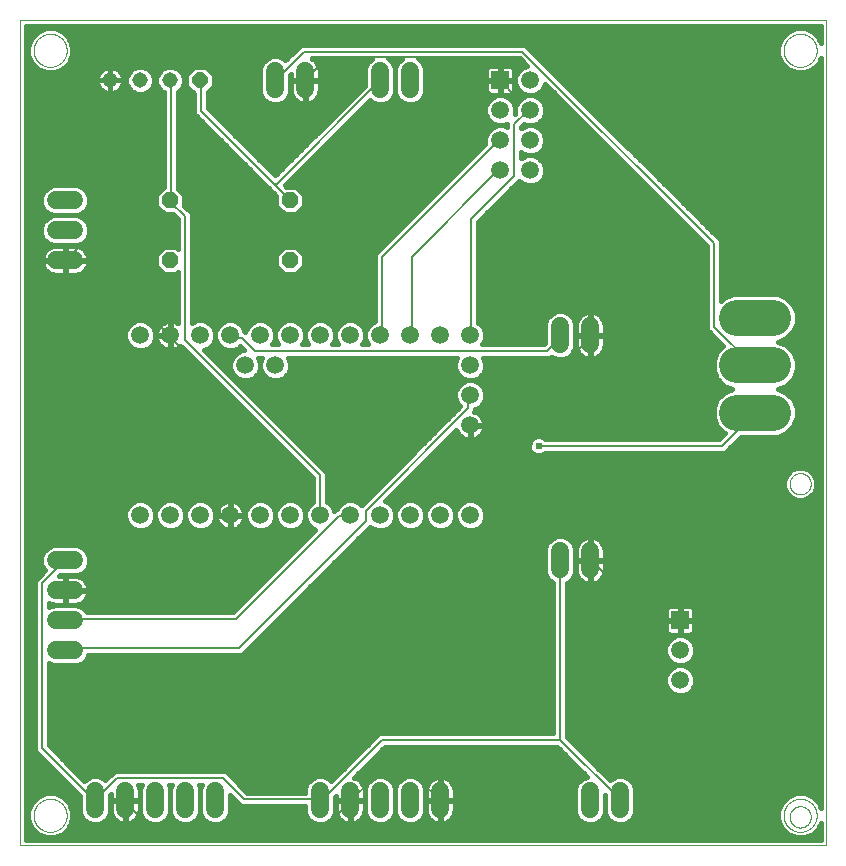
<source format=gtl>
G75*
%MOIN*%
%OFA0B0*%
%FSLAX25Y25*%
%IPPOS*%
%LPD*%
%AMOC8*
5,1,8,0,0,1.08239X$1,22.5*
%
%ADD10C,0.00000*%
%ADD11C,0.06000*%
%ADD12R,0.05937X0.05937*%
%ADD13C,0.05937*%
%ADD14OC8,0.05200*%
%ADD15OC8,0.05150*%
%ADD16C,0.05150*%
%ADD17C,0.11850*%
%ADD18C,0.00600*%
%ADD19C,0.01600*%
%ADD20C,0.02400*%
D10*
X0001800Y0001800D02*
X0001800Y0276761D01*
X0270501Y0276761D01*
X0270501Y0001800D01*
X0001800Y0001800D01*
X0006288Y0011800D02*
X0006290Y0011948D01*
X0006296Y0012096D01*
X0006306Y0012244D01*
X0006320Y0012391D01*
X0006338Y0012538D01*
X0006359Y0012684D01*
X0006385Y0012830D01*
X0006415Y0012975D01*
X0006448Y0013119D01*
X0006486Y0013262D01*
X0006527Y0013404D01*
X0006572Y0013545D01*
X0006620Y0013685D01*
X0006673Y0013824D01*
X0006729Y0013961D01*
X0006789Y0014096D01*
X0006852Y0014230D01*
X0006919Y0014362D01*
X0006990Y0014492D01*
X0007064Y0014620D01*
X0007141Y0014746D01*
X0007222Y0014870D01*
X0007306Y0014992D01*
X0007393Y0015111D01*
X0007484Y0015228D01*
X0007578Y0015343D01*
X0007674Y0015455D01*
X0007774Y0015565D01*
X0007876Y0015671D01*
X0007982Y0015775D01*
X0008090Y0015876D01*
X0008201Y0015974D01*
X0008314Y0016070D01*
X0008430Y0016162D01*
X0008548Y0016251D01*
X0008669Y0016336D01*
X0008792Y0016419D01*
X0008917Y0016498D01*
X0009044Y0016574D01*
X0009173Y0016646D01*
X0009304Y0016715D01*
X0009437Y0016780D01*
X0009572Y0016841D01*
X0009708Y0016899D01*
X0009845Y0016954D01*
X0009984Y0017004D01*
X0010125Y0017051D01*
X0010266Y0017094D01*
X0010409Y0017134D01*
X0010553Y0017169D01*
X0010697Y0017201D01*
X0010843Y0017228D01*
X0010989Y0017252D01*
X0011136Y0017272D01*
X0011283Y0017288D01*
X0011430Y0017300D01*
X0011578Y0017308D01*
X0011726Y0017312D01*
X0011874Y0017312D01*
X0012022Y0017308D01*
X0012170Y0017300D01*
X0012317Y0017288D01*
X0012464Y0017272D01*
X0012611Y0017252D01*
X0012757Y0017228D01*
X0012903Y0017201D01*
X0013047Y0017169D01*
X0013191Y0017134D01*
X0013334Y0017094D01*
X0013475Y0017051D01*
X0013616Y0017004D01*
X0013755Y0016954D01*
X0013892Y0016899D01*
X0014028Y0016841D01*
X0014163Y0016780D01*
X0014296Y0016715D01*
X0014427Y0016646D01*
X0014556Y0016574D01*
X0014683Y0016498D01*
X0014808Y0016419D01*
X0014931Y0016336D01*
X0015052Y0016251D01*
X0015170Y0016162D01*
X0015286Y0016070D01*
X0015399Y0015974D01*
X0015510Y0015876D01*
X0015618Y0015775D01*
X0015724Y0015671D01*
X0015826Y0015565D01*
X0015926Y0015455D01*
X0016022Y0015343D01*
X0016116Y0015228D01*
X0016207Y0015111D01*
X0016294Y0014992D01*
X0016378Y0014870D01*
X0016459Y0014746D01*
X0016536Y0014620D01*
X0016610Y0014492D01*
X0016681Y0014362D01*
X0016748Y0014230D01*
X0016811Y0014096D01*
X0016871Y0013961D01*
X0016927Y0013824D01*
X0016980Y0013685D01*
X0017028Y0013545D01*
X0017073Y0013404D01*
X0017114Y0013262D01*
X0017152Y0013119D01*
X0017185Y0012975D01*
X0017215Y0012830D01*
X0017241Y0012684D01*
X0017262Y0012538D01*
X0017280Y0012391D01*
X0017294Y0012244D01*
X0017304Y0012096D01*
X0017310Y0011948D01*
X0017312Y0011800D01*
X0017310Y0011652D01*
X0017304Y0011504D01*
X0017294Y0011356D01*
X0017280Y0011209D01*
X0017262Y0011062D01*
X0017241Y0010916D01*
X0017215Y0010770D01*
X0017185Y0010625D01*
X0017152Y0010481D01*
X0017114Y0010338D01*
X0017073Y0010196D01*
X0017028Y0010055D01*
X0016980Y0009915D01*
X0016927Y0009776D01*
X0016871Y0009639D01*
X0016811Y0009504D01*
X0016748Y0009370D01*
X0016681Y0009238D01*
X0016610Y0009108D01*
X0016536Y0008980D01*
X0016459Y0008854D01*
X0016378Y0008730D01*
X0016294Y0008608D01*
X0016207Y0008489D01*
X0016116Y0008372D01*
X0016022Y0008257D01*
X0015926Y0008145D01*
X0015826Y0008035D01*
X0015724Y0007929D01*
X0015618Y0007825D01*
X0015510Y0007724D01*
X0015399Y0007626D01*
X0015286Y0007530D01*
X0015170Y0007438D01*
X0015052Y0007349D01*
X0014931Y0007264D01*
X0014808Y0007181D01*
X0014683Y0007102D01*
X0014556Y0007026D01*
X0014427Y0006954D01*
X0014296Y0006885D01*
X0014163Y0006820D01*
X0014028Y0006759D01*
X0013892Y0006701D01*
X0013755Y0006646D01*
X0013616Y0006596D01*
X0013475Y0006549D01*
X0013334Y0006506D01*
X0013191Y0006466D01*
X0013047Y0006431D01*
X0012903Y0006399D01*
X0012757Y0006372D01*
X0012611Y0006348D01*
X0012464Y0006328D01*
X0012317Y0006312D01*
X0012170Y0006300D01*
X0012022Y0006292D01*
X0011874Y0006288D01*
X0011726Y0006288D01*
X0011578Y0006292D01*
X0011430Y0006300D01*
X0011283Y0006312D01*
X0011136Y0006328D01*
X0010989Y0006348D01*
X0010843Y0006372D01*
X0010697Y0006399D01*
X0010553Y0006431D01*
X0010409Y0006466D01*
X0010266Y0006506D01*
X0010125Y0006549D01*
X0009984Y0006596D01*
X0009845Y0006646D01*
X0009708Y0006701D01*
X0009572Y0006759D01*
X0009437Y0006820D01*
X0009304Y0006885D01*
X0009173Y0006954D01*
X0009044Y0007026D01*
X0008917Y0007102D01*
X0008792Y0007181D01*
X0008669Y0007264D01*
X0008548Y0007349D01*
X0008430Y0007438D01*
X0008314Y0007530D01*
X0008201Y0007626D01*
X0008090Y0007724D01*
X0007982Y0007825D01*
X0007876Y0007929D01*
X0007774Y0008035D01*
X0007674Y0008145D01*
X0007578Y0008257D01*
X0007484Y0008372D01*
X0007393Y0008489D01*
X0007306Y0008608D01*
X0007222Y0008730D01*
X0007141Y0008854D01*
X0007064Y0008980D01*
X0006990Y0009108D01*
X0006919Y0009238D01*
X0006852Y0009370D01*
X0006789Y0009504D01*
X0006729Y0009639D01*
X0006673Y0009776D01*
X0006620Y0009915D01*
X0006572Y0010055D01*
X0006527Y0010196D01*
X0006486Y0010338D01*
X0006448Y0010481D01*
X0006415Y0010625D01*
X0006385Y0010770D01*
X0006359Y0010916D01*
X0006338Y0011062D01*
X0006320Y0011209D01*
X0006306Y0011356D01*
X0006296Y0011504D01*
X0006290Y0011652D01*
X0006288Y0011800D01*
X0256288Y0011800D02*
X0256290Y0011948D01*
X0256296Y0012096D01*
X0256306Y0012244D01*
X0256320Y0012391D01*
X0256338Y0012538D01*
X0256359Y0012684D01*
X0256385Y0012830D01*
X0256415Y0012975D01*
X0256448Y0013119D01*
X0256486Y0013262D01*
X0256527Y0013404D01*
X0256572Y0013545D01*
X0256620Y0013685D01*
X0256673Y0013824D01*
X0256729Y0013961D01*
X0256789Y0014096D01*
X0256852Y0014230D01*
X0256919Y0014362D01*
X0256990Y0014492D01*
X0257064Y0014620D01*
X0257141Y0014746D01*
X0257222Y0014870D01*
X0257306Y0014992D01*
X0257393Y0015111D01*
X0257484Y0015228D01*
X0257578Y0015343D01*
X0257674Y0015455D01*
X0257774Y0015565D01*
X0257876Y0015671D01*
X0257982Y0015775D01*
X0258090Y0015876D01*
X0258201Y0015974D01*
X0258314Y0016070D01*
X0258430Y0016162D01*
X0258548Y0016251D01*
X0258669Y0016336D01*
X0258792Y0016419D01*
X0258917Y0016498D01*
X0259044Y0016574D01*
X0259173Y0016646D01*
X0259304Y0016715D01*
X0259437Y0016780D01*
X0259572Y0016841D01*
X0259708Y0016899D01*
X0259845Y0016954D01*
X0259984Y0017004D01*
X0260125Y0017051D01*
X0260266Y0017094D01*
X0260409Y0017134D01*
X0260553Y0017169D01*
X0260697Y0017201D01*
X0260843Y0017228D01*
X0260989Y0017252D01*
X0261136Y0017272D01*
X0261283Y0017288D01*
X0261430Y0017300D01*
X0261578Y0017308D01*
X0261726Y0017312D01*
X0261874Y0017312D01*
X0262022Y0017308D01*
X0262170Y0017300D01*
X0262317Y0017288D01*
X0262464Y0017272D01*
X0262611Y0017252D01*
X0262757Y0017228D01*
X0262903Y0017201D01*
X0263047Y0017169D01*
X0263191Y0017134D01*
X0263334Y0017094D01*
X0263475Y0017051D01*
X0263616Y0017004D01*
X0263755Y0016954D01*
X0263892Y0016899D01*
X0264028Y0016841D01*
X0264163Y0016780D01*
X0264296Y0016715D01*
X0264427Y0016646D01*
X0264556Y0016574D01*
X0264683Y0016498D01*
X0264808Y0016419D01*
X0264931Y0016336D01*
X0265052Y0016251D01*
X0265170Y0016162D01*
X0265286Y0016070D01*
X0265399Y0015974D01*
X0265510Y0015876D01*
X0265618Y0015775D01*
X0265724Y0015671D01*
X0265826Y0015565D01*
X0265926Y0015455D01*
X0266022Y0015343D01*
X0266116Y0015228D01*
X0266207Y0015111D01*
X0266294Y0014992D01*
X0266378Y0014870D01*
X0266459Y0014746D01*
X0266536Y0014620D01*
X0266610Y0014492D01*
X0266681Y0014362D01*
X0266748Y0014230D01*
X0266811Y0014096D01*
X0266871Y0013961D01*
X0266927Y0013824D01*
X0266980Y0013685D01*
X0267028Y0013545D01*
X0267073Y0013404D01*
X0267114Y0013262D01*
X0267152Y0013119D01*
X0267185Y0012975D01*
X0267215Y0012830D01*
X0267241Y0012684D01*
X0267262Y0012538D01*
X0267280Y0012391D01*
X0267294Y0012244D01*
X0267304Y0012096D01*
X0267310Y0011948D01*
X0267312Y0011800D01*
X0267310Y0011652D01*
X0267304Y0011504D01*
X0267294Y0011356D01*
X0267280Y0011209D01*
X0267262Y0011062D01*
X0267241Y0010916D01*
X0267215Y0010770D01*
X0267185Y0010625D01*
X0267152Y0010481D01*
X0267114Y0010338D01*
X0267073Y0010196D01*
X0267028Y0010055D01*
X0266980Y0009915D01*
X0266927Y0009776D01*
X0266871Y0009639D01*
X0266811Y0009504D01*
X0266748Y0009370D01*
X0266681Y0009238D01*
X0266610Y0009108D01*
X0266536Y0008980D01*
X0266459Y0008854D01*
X0266378Y0008730D01*
X0266294Y0008608D01*
X0266207Y0008489D01*
X0266116Y0008372D01*
X0266022Y0008257D01*
X0265926Y0008145D01*
X0265826Y0008035D01*
X0265724Y0007929D01*
X0265618Y0007825D01*
X0265510Y0007724D01*
X0265399Y0007626D01*
X0265286Y0007530D01*
X0265170Y0007438D01*
X0265052Y0007349D01*
X0264931Y0007264D01*
X0264808Y0007181D01*
X0264683Y0007102D01*
X0264556Y0007026D01*
X0264427Y0006954D01*
X0264296Y0006885D01*
X0264163Y0006820D01*
X0264028Y0006759D01*
X0263892Y0006701D01*
X0263755Y0006646D01*
X0263616Y0006596D01*
X0263475Y0006549D01*
X0263334Y0006506D01*
X0263191Y0006466D01*
X0263047Y0006431D01*
X0262903Y0006399D01*
X0262757Y0006372D01*
X0262611Y0006348D01*
X0262464Y0006328D01*
X0262317Y0006312D01*
X0262170Y0006300D01*
X0262022Y0006292D01*
X0261874Y0006288D01*
X0261726Y0006288D01*
X0261578Y0006292D01*
X0261430Y0006300D01*
X0261283Y0006312D01*
X0261136Y0006328D01*
X0260989Y0006348D01*
X0260843Y0006372D01*
X0260697Y0006399D01*
X0260553Y0006431D01*
X0260409Y0006466D01*
X0260266Y0006506D01*
X0260125Y0006549D01*
X0259984Y0006596D01*
X0259845Y0006646D01*
X0259708Y0006701D01*
X0259572Y0006759D01*
X0259437Y0006820D01*
X0259304Y0006885D01*
X0259173Y0006954D01*
X0259044Y0007026D01*
X0258917Y0007102D01*
X0258792Y0007181D01*
X0258669Y0007264D01*
X0258548Y0007349D01*
X0258430Y0007438D01*
X0258314Y0007530D01*
X0258201Y0007626D01*
X0258090Y0007724D01*
X0257982Y0007825D01*
X0257876Y0007929D01*
X0257774Y0008035D01*
X0257674Y0008145D01*
X0257578Y0008257D01*
X0257484Y0008372D01*
X0257393Y0008489D01*
X0257306Y0008608D01*
X0257222Y0008730D01*
X0257141Y0008854D01*
X0257064Y0008980D01*
X0256990Y0009108D01*
X0256919Y0009238D01*
X0256852Y0009370D01*
X0256789Y0009504D01*
X0256729Y0009639D01*
X0256673Y0009776D01*
X0256620Y0009915D01*
X0256572Y0010055D01*
X0256527Y0010196D01*
X0256486Y0010338D01*
X0256448Y0010481D01*
X0256415Y0010625D01*
X0256385Y0010770D01*
X0256359Y0010916D01*
X0256338Y0011062D01*
X0256320Y0011209D01*
X0256306Y0011356D01*
X0256296Y0011504D01*
X0256290Y0011652D01*
X0256288Y0011800D01*
X0258257Y0011288D02*
X0258259Y0011406D01*
X0258265Y0011525D01*
X0258275Y0011643D01*
X0258289Y0011760D01*
X0258306Y0011877D01*
X0258328Y0011994D01*
X0258354Y0012109D01*
X0258383Y0012224D01*
X0258416Y0012338D01*
X0258453Y0012450D01*
X0258494Y0012561D01*
X0258538Y0012671D01*
X0258586Y0012779D01*
X0258638Y0012886D01*
X0258693Y0012991D01*
X0258752Y0013094D01*
X0258814Y0013194D01*
X0258879Y0013293D01*
X0258948Y0013390D01*
X0259019Y0013484D01*
X0259094Y0013575D01*
X0259172Y0013665D01*
X0259253Y0013751D01*
X0259337Y0013835D01*
X0259423Y0013916D01*
X0259513Y0013994D01*
X0259604Y0014069D01*
X0259698Y0014140D01*
X0259795Y0014209D01*
X0259894Y0014274D01*
X0259994Y0014336D01*
X0260097Y0014395D01*
X0260202Y0014450D01*
X0260309Y0014502D01*
X0260417Y0014550D01*
X0260527Y0014594D01*
X0260638Y0014635D01*
X0260750Y0014672D01*
X0260864Y0014705D01*
X0260979Y0014734D01*
X0261094Y0014760D01*
X0261211Y0014782D01*
X0261328Y0014799D01*
X0261445Y0014813D01*
X0261563Y0014823D01*
X0261682Y0014829D01*
X0261800Y0014831D01*
X0261918Y0014829D01*
X0262037Y0014823D01*
X0262155Y0014813D01*
X0262272Y0014799D01*
X0262389Y0014782D01*
X0262506Y0014760D01*
X0262621Y0014734D01*
X0262736Y0014705D01*
X0262850Y0014672D01*
X0262962Y0014635D01*
X0263073Y0014594D01*
X0263183Y0014550D01*
X0263291Y0014502D01*
X0263398Y0014450D01*
X0263503Y0014395D01*
X0263606Y0014336D01*
X0263706Y0014274D01*
X0263805Y0014209D01*
X0263902Y0014140D01*
X0263996Y0014069D01*
X0264087Y0013994D01*
X0264177Y0013916D01*
X0264263Y0013835D01*
X0264347Y0013751D01*
X0264428Y0013665D01*
X0264506Y0013575D01*
X0264581Y0013484D01*
X0264652Y0013390D01*
X0264721Y0013293D01*
X0264786Y0013194D01*
X0264848Y0013094D01*
X0264907Y0012991D01*
X0264962Y0012886D01*
X0265014Y0012779D01*
X0265062Y0012671D01*
X0265106Y0012561D01*
X0265147Y0012450D01*
X0265184Y0012338D01*
X0265217Y0012224D01*
X0265246Y0012109D01*
X0265272Y0011994D01*
X0265294Y0011877D01*
X0265311Y0011760D01*
X0265325Y0011643D01*
X0265335Y0011525D01*
X0265341Y0011406D01*
X0265343Y0011288D01*
X0265341Y0011170D01*
X0265335Y0011051D01*
X0265325Y0010933D01*
X0265311Y0010816D01*
X0265294Y0010699D01*
X0265272Y0010582D01*
X0265246Y0010467D01*
X0265217Y0010352D01*
X0265184Y0010238D01*
X0265147Y0010126D01*
X0265106Y0010015D01*
X0265062Y0009905D01*
X0265014Y0009797D01*
X0264962Y0009690D01*
X0264907Y0009585D01*
X0264848Y0009482D01*
X0264786Y0009382D01*
X0264721Y0009283D01*
X0264652Y0009186D01*
X0264581Y0009092D01*
X0264506Y0009001D01*
X0264428Y0008911D01*
X0264347Y0008825D01*
X0264263Y0008741D01*
X0264177Y0008660D01*
X0264087Y0008582D01*
X0263996Y0008507D01*
X0263902Y0008436D01*
X0263805Y0008367D01*
X0263706Y0008302D01*
X0263606Y0008240D01*
X0263503Y0008181D01*
X0263398Y0008126D01*
X0263291Y0008074D01*
X0263183Y0008026D01*
X0263073Y0007982D01*
X0262962Y0007941D01*
X0262850Y0007904D01*
X0262736Y0007871D01*
X0262621Y0007842D01*
X0262506Y0007816D01*
X0262389Y0007794D01*
X0262272Y0007777D01*
X0262155Y0007763D01*
X0262037Y0007753D01*
X0261918Y0007747D01*
X0261800Y0007745D01*
X0261682Y0007747D01*
X0261563Y0007753D01*
X0261445Y0007763D01*
X0261328Y0007777D01*
X0261211Y0007794D01*
X0261094Y0007816D01*
X0260979Y0007842D01*
X0260864Y0007871D01*
X0260750Y0007904D01*
X0260638Y0007941D01*
X0260527Y0007982D01*
X0260417Y0008026D01*
X0260309Y0008074D01*
X0260202Y0008126D01*
X0260097Y0008181D01*
X0259994Y0008240D01*
X0259894Y0008302D01*
X0259795Y0008367D01*
X0259698Y0008436D01*
X0259604Y0008507D01*
X0259513Y0008582D01*
X0259423Y0008660D01*
X0259337Y0008741D01*
X0259253Y0008825D01*
X0259172Y0008911D01*
X0259094Y0009001D01*
X0259019Y0009092D01*
X0258948Y0009186D01*
X0258879Y0009283D01*
X0258814Y0009382D01*
X0258752Y0009482D01*
X0258693Y0009585D01*
X0258638Y0009690D01*
X0258586Y0009797D01*
X0258538Y0009905D01*
X0258494Y0010015D01*
X0258453Y0010126D01*
X0258416Y0010238D01*
X0258383Y0010352D01*
X0258354Y0010467D01*
X0258328Y0010582D01*
X0258306Y0010699D01*
X0258289Y0010816D01*
X0258275Y0010933D01*
X0258265Y0011051D01*
X0258259Y0011170D01*
X0258257Y0011288D01*
X0258257Y0122312D02*
X0258259Y0122430D01*
X0258265Y0122549D01*
X0258275Y0122667D01*
X0258289Y0122784D01*
X0258306Y0122901D01*
X0258328Y0123018D01*
X0258354Y0123133D01*
X0258383Y0123248D01*
X0258416Y0123362D01*
X0258453Y0123474D01*
X0258494Y0123585D01*
X0258538Y0123695D01*
X0258586Y0123803D01*
X0258638Y0123910D01*
X0258693Y0124015D01*
X0258752Y0124118D01*
X0258814Y0124218D01*
X0258879Y0124317D01*
X0258948Y0124414D01*
X0259019Y0124508D01*
X0259094Y0124599D01*
X0259172Y0124689D01*
X0259253Y0124775D01*
X0259337Y0124859D01*
X0259423Y0124940D01*
X0259513Y0125018D01*
X0259604Y0125093D01*
X0259698Y0125164D01*
X0259795Y0125233D01*
X0259894Y0125298D01*
X0259994Y0125360D01*
X0260097Y0125419D01*
X0260202Y0125474D01*
X0260309Y0125526D01*
X0260417Y0125574D01*
X0260527Y0125618D01*
X0260638Y0125659D01*
X0260750Y0125696D01*
X0260864Y0125729D01*
X0260979Y0125758D01*
X0261094Y0125784D01*
X0261211Y0125806D01*
X0261328Y0125823D01*
X0261445Y0125837D01*
X0261563Y0125847D01*
X0261682Y0125853D01*
X0261800Y0125855D01*
X0261918Y0125853D01*
X0262037Y0125847D01*
X0262155Y0125837D01*
X0262272Y0125823D01*
X0262389Y0125806D01*
X0262506Y0125784D01*
X0262621Y0125758D01*
X0262736Y0125729D01*
X0262850Y0125696D01*
X0262962Y0125659D01*
X0263073Y0125618D01*
X0263183Y0125574D01*
X0263291Y0125526D01*
X0263398Y0125474D01*
X0263503Y0125419D01*
X0263606Y0125360D01*
X0263706Y0125298D01*
X0263805Y0125233D01*
X0263902Y0125164D01*
X0263996Y0125093D01*
X0264087Y0125018D01*
X0264177Y0124940D01*
X0264263Y0124859D01*
X0264347Y0124775D01*
X0264428Y0124689D01*
X0264506Y0124599D01*
X0264581Y0124508D01*
X0264652Y0124414D01*
X0264721Y0124317D01*
X0264786Y0124218D01*
X0264848Y0124118D01*
X0264907Y0124015D01*
X0264962Y0123910D01*
X0265014Y0123803D01*
X0265062Y0123695D01*
X0265106Y0123585D01*
X0265147Y0123474D01*
X0265184Y0123362D01*
X0265217Y0123248D01*
X0265246Y0123133D01*
X0265272Y0123018D01*
X0265294Y0122901D01*
X0265311Y0122784D01*
X0265325Y0122667D01*
X0265335Y0122549D01*
X0265341Y0122430D01*
X0265343Y0122312D01*
X0265341Y0122194D01*
X0265335Y0122075D01*
X0265325Y0121957D01*
X0265311Y0121840D01*
X0265294Y0121723D01*
X0265272Y0121606D01*
X0265246Y0121491D01*
X0265217Y0121376D01*
X0265184Y0121262D01*
X0265147Y0121150D01*
X0265106Y0121039D01*
X0265062Y0120929D01*
X0265014Y0120821D01*
X0264962Y0120714D01*
X0264907Y0120609D01*
X0264848Y0120506D01*
X0264786Y0120406D01*
X0264721Y0120307D01*
X0264652Y0120210D01*
X0264581Y0120116D01*
X0264506Y0120025D01*
X0264428Y0119935D01*
X0264347Y0119849D01*
X0264263Y0119765D01*
X0264177Y0119684D01*
X0264087Y0119606D01*
X0263996Y0119531D01*
X0263902Y0119460D01*
X0263805Y0119391D01*
X0263706Y0119326D01*
X0263606Y0119264D01*
X0263503Y0119205D01*
X0263398Y0119150D01*
X0263291Y0119098D01*
X0263183Y0119050D01*
X0263073Y0119006D01*
X0262962Y0118965D01*
X0262850Y0118928D01*
X0262736Y0118895D01*
X0262621Y0118866D01*
X0262506Y0118840D01*
X0262389Y0118818D01*
X0262272Y0118801D01*
X0262155Y0118787D01*
X0262037Y0118777D01*
X0261918Y0118771D01*
X0261800Y0118769D01*
X0261682Y0118771D01*
X0261563Y0118777D01*
X0261445Y0118787D01*
X0261328Y0118801D01*
X0261211Y0118818D01*
X0261094Y0118840D01*
X0260979Y0118866D01*
X0260864Y0118895D01*
X0260750Y0118928D01*
X0260638Y0118965D01*
X0260527Y0119006D01*
X0260417Y0119050D01*
X0260309Y0119098D01*
X0260202Y0119150D01*
X0260097Y0119205D01*
X0259994Y0119264D01*
X0259894Y0119326D01*
X0259795Y0119391D01*
X0259698Y0119460D01*
X0259604Y0119531D01*
X0259513Y0119606D01*
X0259423Y0119684D01*
X0259337Y0119765D01*
X0259253Y0119849D01*
X0259172Y0119935D01*
X0259094Y0120025D01*
X0259019Y0120116D01*
X0258948Y0120210D01*
X0258879Y0120307D01*
X0258814Y0120406D01*
X0258752Y0120506D01*
X0258693Y0120609D01*
X0258638Y0120714D01*
X0258586Y0120821D01*
X0258538Y0120929D01*
X0258494Y0121039D01*
X0258453Y0121150D01*
X0258416Y0121262D01*
X0258383Y0121376D01*
X0258354Y0121491D01*
X0258328Y0121606D01*
X0258306Y0121723D01*
X0258289Y0121840D01*
X0258275Y0121957D01*
X0258265Y0122075D01*
X0258259Y0122194D01*
X0258257Y0122312D01*
X0256288Y0266800D02*
X0256290Y0266948D01*
X0256296Y0267096D01*
X0256306Y0267244D01*
X0256320Y0267391D01*
X0256338Y0267538D01*
X0256359Y0267684D01*
X0256385Y0267830D01*
X0256415Y0267975D01*
X0256448Y0268119D01*
X0256486Y0268262D01*
X0256527Y0268404D01*
X0256572Y0268545D01*
X0256620Y0268685D01*
X0256673Y0268824D01*
X0256729Y0268961D01*
X0256789Y0269096D01*
X0256852Y0269230D01*
X0256919Y0269362D01*
X0256990Y0269492D01*
X0257064Y0269620D01*
X0257141Y0269746D01*
X0257222Y0269870D01*
X0257306Y0269992D01*
X0257393Y0270111D01*
X0257484Y0270228D01*
X0257578Y0270343D01*
X0257674Y0270455D01*
X0257774Y0270565D01*
X0257876Y0270671D01*
X0257982Y0270775D01*
X0258090Y0270876D01*
X0258201Y0270974D01*
X0258314Y0271070D01*
X0258430Y0271162D01*
X0258548Y0271251D01*
X0258669Y0271336D01*
X0258792Y0271419D01*
X0258917Y0271498D01*
X0259044Y0271574D01*
X0259173Y0271646D01*
X0259304Y0271715D01*
X0259437Y0271780D01*
X0259572Y0271841D01*
X0259708Y0271899D01*
X0259845Y0271954D01*
X0259984Y0272004D01*
X0260125Y0272051D01*
X0260266Y0272094D01*
X0260409Y0272134D01*
X0260553Y0272169D01*
X0260697Y0272201D01*
X0260843Y0272228D01*
X0260989Y0272252D01*
X0261136Y0272272D01*
X0261283Y0272288D01*
X0261430Y0272300D01*
X0261578Y0272308D01*
X0261726Y0272312D01*
X0261874Y0272312D01*
X0262022Y0272308D01*
X0262170Y0272300D01*
X0262317Y0272288D01*
X0262464Y0272272D01*
X0262611Y0272252D01*
X0262757Y0272228D01*
X0262903Y0272201D01*
X0263047Y0272169D01*
X0263191Y0272134D01*
X0263334Y0272094D01*
X0263475Y0272051D01*
X0263616Y0272004D01*
X0263755Y0271954D01*
X0263892Y0271899D01*
X0264028Y0271841D01*
X0264163Y0271780D01*
X0264296Y0271715D01*
X0264427Y0271646D01*
X0264556Y0271574D01*
X0264683Y0271498D01*
X0264808Y0271419D01*
X0264931Y0271336D01*
X0265052Y0271251D01*
X0265170Y0271162D01*
X0265286Y0271070D01*
X0265399Y0270974D01*
X0265510Y0270876D01*
X0265618Y0270775D01*
X0265724Y0270671D01*
X0265826Y0270565D01*
X0265926Y0270455D01*
X0266022Y0270343D01*
X0266116Y0270228D01*
X0266207Y0270111D01*
X0266294Y0269992D01*
X0266378Y0269870D01*
X0266459Y0269746D01*
X0266536Y0269620D01*
X0266610Y0269492D01*
X0266681Y0269362D01*
X0266748Y0269230D01*
X0266811Y0269096D01*
X0266871Y0268961D01*
X0266927Y0268824D01*
X0266980Y0268685D01*
X0267028Y0268545D01*
X0267073Y0268404D01*
X0267114Y0268262D01*
X0267152Y0268119D01*
X0267185Y0267975D01*
X0267215Y0267830D01*
X0267241Y0267684D01*
X0267262Y0267538D01*
X0267280Y0267391D01*
X0267294Y0267244D01*
X0267304Y0267096D01*
X0267310Y0266948D01*
X0267312Y0266800D01*
X0267310Y0266652D01*
X0267304Y0266504D01*
X0267294Y0266356D01*
X0267280Y0266209D01*
X0267262Y0266062D01*
X0267241Y0265916D01*
X0267215Y0265770D01*
X0267185Y0265625D01*
X0267152Y0265481D01*
X0267114Y0265338D01*
X0267073Y0265196D01*
X0267028Y0265055D01*
X0266980Y0264915D01*
X0266927Y0264776D01*
X0266871Y0264639D01*
X0266811Y0264504D01*
X0266748Y0264370D01*
X0266681Y0264238D01*
X0266610Y0264108D01*
X0266536Y0263980D01*
X0266459Y0263854D01*
X0266378Y0263730D01*
X0266294Y0263608D01*
X0266207Y0263489D01*
X0266116Y0263372D01*
X0266022Y0263257D01*
X0265926Y0263145D01*
X0265826Y0263035D01*
X0265724Y0262929D01*
X0265618Y0262825D01*
X0265510Y0262724D01*
X0265399Y0262626D01*
X0265286Y0262530D01*
X0265170Y0262438D01*
X0265052Y0262349D01*
X0264931Y0262264D01*
X0264808Y0262181D01*
X0264683Y0262102D01*
X0264556Y0262026D01*
X0264427Y0261954D01*
X0264296Y0261885D01*
X0264163Y0261820D01*
X0264028Y0261759D01*
X0263892Y0261701D01*
X0263755Y0261646D01*
X0263616Y0261596D01*
X0263475Y0261549D01*
X0263334Y0261506D01*
X0263191Y0261466D01*
X0263047Y0261431D01*
X0262903Y0261399D01*
X0262757Y0261372D01*
X0262611Y0261348D01*
X0262464Y0261328D01*
X0262317Y0261312D01*
X0262170Y0261300D01*
X0262022Y0261292D01*
X0261874Y0261288D01*
X0261726Y0261288D01*
X0261578Y0261292D01*
X0261430Y0261300D01*
X0261283Y0261312D01*
X0261136Y0261328D01*
X0260989Y0261348D01*
X0260843Y0261372D01*
X0260697Y0261399D01*
X0260553Y0261431D01*
X0260409Y0261466D01*
X0260266Y0261506D01*
X0260125Y0261549D01*
X0259984Y0261596D01*
X0259845Y0261646D01*
X0259708Y0261701D01*
X0259572Y0261759D01*
X0259437Y0261820D01*
X0259304Y0261885D01*
X0259173Y0261954D01*
X0259044Y0262026D01*
X0258917Y0262102D01*
X0258792Y0262181D01*
X0258669Y0262264D01*
X0258548Y0262349D01*
X0258430Y0262438D01*
X0258314Y0262530D01*
X0258201Y0262626D01*
X0258090Y0262724D01*
X0257982Y0262825D01*
X0257876Y0262929D01*
X0257774Y0263035D01*
X0257674Y0263145D01*
X0257578Y0263257D01*
X0257484Y0263372D01*
X0257393Y0263489D01*
X0257306Y0263608D01*
X0257222Y0263730D01*
X0257141Y0263854D01*
X0257064Y0263980D01*
X0256990Y0264108D01*
X0256919Y0264238D01*
X0256852Y0264370D01*
X0256789Y0264504D01*
X0256729Y0264639D01*
X0256673Y0264776D01*
X0256620Y0264915D01*
X0256572Y0265055D01*
X0256527Y0265196D01*
X0256486Y0265338D01*
X0256448Y0265481D01*
X0256415Y0265625D01*
X0256385Y0265770D01*
X0256359Y0265916D01*
X0256338Y0266062D01*
X0256320Y0266209D01*
X0256306Y0266356D01*
X0256296Y0266504D01*
X0256290Y0266652D01*
X0256288Y0266800D01*
X0006288Y0266800D02*
X0006290Y0266948D01*
X0006296Y0267096D01*
X0006306Y0267244D01*
X0006320Y0267391D01*
X0006338Y0267538D01*
X0006359Y0267684D01*
X0006385Y0267830D01*
X0006415Y0267975D01*
X0006448Y0268119D01*
X0006486Y0268262D01*
X0006527Y0268404D01*
X0006572Y0268545D01*
X0006620Y0268685D01*
X0006673Y0268824D01*
X0006729Y0268961D01*
X0006789Y0269096D01*
X0006852Y0269230D01*
X0006919Y0269362D01*
X0006990Y0269492D01*
X0007064Y0269620D01*
X0007141Y0269746D01*
X0007222Y0269870D01*
X0007306Y0269992D01*
X0007393Y0270111D01*
X0007484Y0270228D01*
X0007578Y0270343D01*
X0007674Y0270455D01*
X0007774Y0270565D01*
X0007876Y0270671D01*
X0007982Y0270775D01*
X0008090Y0270876D01*
X0008201Y0270974D01*
X0008314Y0271070D01*
X0008430Y0271162D01*
X0008548Y0271251D01*
X0008669Y0271336D01*
X0008792Y0271419D01*
X0008917Y0271498D01*
X0009044Y0271574D01*
X0009173Y0271646D01*
X0009304Y0271715D01*
X0009437Y0271780D01*
X0009572Y0271841D01*
X0009708Y0271899D01*
X0009845Y0271954D01*
X0009984Y0272004D01*
X0010125Y0272051D01*
X0010266Y0272094D01*
X0010409Y0272134D01*
X0010553Y0272169D01*
X0010697Y0272201D01*
X0010843Y0272228D01*
X0010989Y0272252D01*
X0011136Y0272272D01*
X0011283Y0272288D01*
X0011430Y0272300D01*
X0011578Y0272308D01*
X0011726Y0272312D01*
X0011874Y0272312D01*
X0012022Y0272308D01*
X0012170Y0272300D01*
X0012317Y0272288D01*
X0012464Y0272272D01*
X0012611Y0272252D01*
X0012757Y0272228D01*
X0012903Y0272201D01*
X0013047Y0272169D01*
X0013191Y0272134D01*
X0013334Y0272094D01*
X0013475Y0272051D01*
X0013616Y0272004D01*
X0013755Y0271954D01*
X0013892Y0271899D01*
X0014028Y0271841D01*
X0014163Y0271780D01*
X0014296Y0271715D01*
X0014427Y0271646D01*
X0014556Y0271574D01*
X0014683Y0271498D01*
X0014808Y0271419D01*
X0014931Y0271336D01*
X0015052Y0271251D01*
X0015170Y0271162D01*
X0015286Y0271070D01*
X0015399Y0270974D01*
X0015510Y0270876D01*
X0015618Y0270775D01*
X0015724Y0270671D01*
X0015826Y0270565D01*
X0015926Y0270455D01*
X0016022Y0270343D01*
X0016116Y0270228D01*
X0016207Y0270111D01*
X0016294Y0269992D01*
X0016378Y0269870D01*
X0016459Y0269746D01*
X0016536Y0269620D01*
X0016610Y0269492D01*
X0016681Y0269362D01*
X0016748Y0269230D01*
X0016811Y0269096D01*
X0016871Y0268961D01*
X0016927Y0268824D01*
X0016980Y0268685D01*
X0017028Y0268545D01*
X0017073Y0268404D01*
X0017114Y0268262D01*
X0017152Y0268119D01*
X0017185Y0267975D01*
X0017215Y0267830D01*
X0017241Y0267684D01*
X0017262Y0267538D01*
X0017280Y0267391D01*
X0017294Y0267244D01*
X0017304Y0267096D01*
X0017310Y0266948D01*
X0017312Y0266800D01*
X0017310Y0266652D01*
X0017304Y0266504D01*
X0017294Y0266356D01*
X0017280Y0266209D01*
X0017262Y0266062D01*
X0017241Y0265916D01*
X0017215Y0265770D01*
X0017185Y0265625D01*
X0017152Y0265481D01*
X0017114Y0265338D01*
X0017073Y0265196D01*
X0017028Y0265055D01*
X0016980Y0264915D01*
X0016927Y0264776D01*
X0016871Y0264639D01*
X0016811Y0264504D01*
X0016748Y0264370D01*
X0016681Y0264238D01*
X0016610Y0264108D01*
X0016536Y0263980D01*
X0016459Y0263854D01*
X0016378Y0263730D01*
X0016294Y0263608D01*
X0016207Y0263489D01*
X0016116Y0263372D01*
X0016022Y0263257D01*
X0015926Y0263145D01*
X0015826Y0263035D01*
X0015724Y0262929D01*
X0015618Y0262825D01*
X0015510Y0262724D01*
X0015399Y0262626D01*
X0015286Y0262530D01*
X0015170Y0262438D01*
X0015052Y0262349D01*
X0014931Y0262264D01*
X0014808Y0262181D01*
X0014683Y0262102D01*
X0014556Y0262026D01*
X0014427Y0261954D01*
X0014296Y0261885D01*
X0014163Y0261820D01*
X0014028Y0261759D01*
X0013892Y0261701D01*
X0013755Y0261646D01*
X0013616Y0261596D01*
X0013475Y0261549D01*
X0013334Y0261506D01*
X0013191Y0261466D01*
X0013047Y0261431D01*
X0012903Y0261399D01*
X0012757Y0261372D01*
X0012611Y0261348D01*
X0012464Y0261328D01*
X0012317Y0261312D01*
X0012170Y0261300D01*
X0012022Y0261292D01*
X0011874Y0261288D01*
X0011726Y0261288D01*
X0011578Y0261292D01*
X0011430Y0261300D01*
X0011283Y0261312D01*
X0011136Y0261328D01*
X0010989Y0261348D01*
X0010843Y0261372D01*
X0010697Y0261399D01*
X0010553Y0261431D01*
X0010409Y0261466D01*
X0010266Y0261506D01*
X0010125Y0261549D01*
X0009984Y0261596D01*
X0009845Y0261646D01*
X0009708Y0261701D01*
X0009572Y0261759D01*
X0009437Y0261820D01*
X0009304Y0261885D01*
X0009173Y0261954D01*
X0009044Y0262026D01*
X0008917Y0262102D01*
X0008792Y0262181D01*
X0008669Y0262264D01*
X0008548Y0262349D01*
X0008430Y0262438D01*
X0008314Y0262530D01*
X0008201Y0262626D01*
X0008090Y0262724D01*
X0007982Y0262825D01*
X0007876Y0262929D01*
X0007774Y0263035D01*
X0007674Y0263145D01*
X0007578Y0263257D01*
X0007484Y0263372D01*
X0007393Y0263489D01*
X0007306Y0263608D01*
X0007222Y0263730D01*
X0007141Y0263854D01*
X0007064Y0263980D01*
X0006990Y0264108D01*
X0006919Y0264238D01*
X0006852Y0264370D01*
X0006789Y0264504D01*
X0006729Y0264639D01*
X0006673Y0264776D01*
X0006620Y0264915D01*
X0006572Y0265055D01*
X0006527Y0265196D01*
X0006486Y0265338D01*
X0006448Y0265481D01*
X0006415Y0265625D01*
X0006385Y0265770D01*
X0006359Y0265916D01*
X0006338Y0266062D01*
X0006320Y0266209D01*
X0006306Y0266356D01*
X0006296Y0266504D01*
X0006290Y0266652D01*
X0006288Y0266800D01*
D11*
X0013800Y0216800D02*
X0019800Y0216800D01*
X0019800Y0206800D02*
X0013800Y0206800D01*
X0013800Y0196800D02*
X0019800Y0196800D01*
X0086800Y0253800D02*
X0086800Y0259800D01*
X0096800Y0259800D02*
X0096800Y0253800D01*
X0121800Y0253800D02*
X0121800Y0259800D01*
X0131800Y0259800D02*
X0131800Y0253800D01*
X0181800Y0174800D02*
X0181800Y0168800D01*
X0191800Y0168800D02*
X0191800Y0174800D01*
X0191800Y0099800D02*
X0191800Y0093800D01*
X0181800Y0093800D02*
X0181800Y0099800D01*
X0191800Y0019800D02*
X0191800Y0013800D01*
X0201800Y0013800D02*
X0201800Y0019800D01*
X0141800Y0019800D02*
X0141800Y0013800D01*
X0131800Y0013800D02*
X0131800Y0019800D01*
X0121800Y0019800D02*
X0121800Y0013800D01*
X0111800Y0013800D02*
X0111800Y0019800D01*
X0101800Y0019800D02*
X0101800Y0013800D01*
X0066800Y0013800D02*
X0066800Y0019800D01*
X0056800Y0019800D02*
X0056800Y0013800D01*
X0046800Y0013800D02*
X0046800Y0019800D01*
X0036800Y0019800D02*
X0036800Y0013800D01*
X0026800Y0013800D02*
X0026800Y0019800D01*
X0019800Y0066800D02*
X0013800Y0066800D01*
X0013800Y0076800D02*
X0019800Y0076800D01*
X0019800Y0086800D02*
X0013800Y0086800D01*
X0013800Y0096800D02*
X0019800Y0096800D01*
D12*
X0161800Y0256800D03*
X0221800Y0076800D03*
D13*
X0221800Y0066800D03*
X0221800Y0056800D03*
X0151800Y0111800D03*
X0141800Y0111800D03*
X0131800Y0111800D03*
X0121800Y0111800D03*
X0111800Y0111800D03*
X0101800Y0111800D03*
X0091800Y0111800D03*
X0081800Y0111800D03*
X0071800Y0111800D03*
X0061800Y0111800D03*
X0051800Y0111800D03*
X0041800Y0111800D03*
X0076800Y0161800D03*
X0086800Y0161800D03*
X0081800Y0171800D03*
X0071800Y0171800D03*
X0061800Y0171800D03*
X0051800Y0171800D03*
X0041800Y0171800D03*
X0091800Y0171800D03*
X0101800Y0171800D03*
X0111800Y0171800D03*
X0121800Y0171800D03*
X0131800Y0171800D03*
X0141800Y0171800D03*
X0151800Y0171800D03*
X0151800Y0161800D03*
X0151800Y0151800D03*
X0151800Y0141800D03*
X0161800Y0226800D03*
X0161800Y0236800D03*
X0171800Y0236800D03*
X0171800Y0226800D03*
X0171800Y0246800D03*
X0161800Y0246800D03*
X0171800Y0256800D03*
D14*
X0091800Y0216800D03*
X0091800Y0196800D03*
X0051800Y0196800D03*
X0051800Y0216800D03*
D15*
X0061800Y0256800D03*
D16*
X0051800Y0256800D03*
X0041800Y0256800D03*
X0031800Y0256800D03*
D17*
X0240875Y0177600D02*
X0252725Y0177600D01*
X0252725Y0161800D02*
X0240875Y0161800D01*
X0240875Y0146000D02*
X0252725Y0146000D01*
D18*
X0246800Y0146000D02*
X0235800Y0135000D01*
X0174600Y0135000D01*
X0162900Y0142200D02*
X0191700Y0113400D01*
X0191700Y0097200D01*
X0191800Y0096800D01*
X0192600Y0096300D01*
X0211500Y0077400D01*
X0221400Y0077400D01*
X0221800Y0076800D01*
X0181800Y0096800D02*
X0181800Y0036900D01*
X0122400Y0036900D01*
X0102600Y0017100D01*
X0101800Y0016800D01*
X0101700Y0017100D01*
X0076500Y0017100D01*
X0069300Y0024300D01*
X0034200Y0024300D01*
X0027000Y0017100D01*
X0026800Y0016800D01*
X0026100Y0017100D01*
X0009000Y0034200D01*
X0009000Y0089100D01*
X0016200Y0096300D01*
X0016800Y0096800D01*
X0017100Y0087300D02*
X0016800Y0086800D01*
X0017100Y0087300D02*
X0044100Y0087300D01*
X0068400Y0111600D01*
X0068400Y0154800D01*
X0052200Y0171000D01*
X0051800Y0171800D01*
X0051300Y0171900D01*
X0021600Y0201600D01*
X0031500Y0211500D01*
X0031500Y0256500D01*
X0031800Y0256800D01*
X0051800Y0256800D02*
X0052200Y0256500D01*
X0052200Y0216900D01*
X0051800Y0216800D01*
X0052200Y0216000D01*
X0056700Y0211500D01*
X0056700Y0170100D01*
X0101700Y0125100D01*
X0101700Y0112500D01*
X0101800Y0111800D01*
X0108000Y0111600D02*
X0073800Y0077400D01*
X0017100Y0077400D01*
X0016800Y0076800D01*
X0017100Y0067500D02*
X0016800Y0066800D01*
X0017100Y0067500D02*
X0074700Y0067500D01*
X0117000Y0109800D01*
X0117000Y0113400D01*
X0151200Y0147600D01*
X0151200Y0151200D01*
X0151800Y0151800D01*
X0152100Y0142200D02*
X0151800Y0141800D01*
X0152100Y0142200D02*
X0162900Y0142200D01*
X0191700Y0171000D01*
X0191800Y0171800D01*
X0191700Y0171900D01*
X0191700Y0234000D01*
X0173700Y0252000D01*
X0166500Y0252000D01*
X0162000Y0256500D01*
X0161800Y0256800D01*
X0161100Y0257400D01*
X0141300Y0257400D01*
X0134100Y0264600D01*
X0104400Y0264600D01*
X0097200Y0257400D01*
X0096800Y0256800D01*
X0087300Y0257400D02*
X0096300Y0266400D01*
X0169200Y0266400D01*
X0233100Y0202500D01*
X0233100Y0174600D01*
X0246600Y0161100D01*
X0246800Y0161800D01*
X0181800Y0171000D02*
X0181800Y0171800D01*
X0181800Y0171000D02*
X0177300Y0166500D01*
X0080100Y0166500D01*
X0075600Y0171000D01*
X0072000Y0171000D01*
X0071800Y0171800D01*
X0091800Y0216800D02*
X0091800Y0216900D01*
X0086400Y0222300D01*
X0087300Y0222300D01*
X0121800Y0256800D01*
X0087300Y0257400D02*
X0086800Y0256800D01*
X0062100Y0256500D02*
X0062100Y0246600D01*
X0086400Y0222300D01*
X0122400Y0198000D02*
X0161100Y0236700D01*
X0161800Y0236800D01*
X0166500Y0242100D02*
X0171000Y0246600D01*
X0171800Y0246800D01*
X0166500Y0242100D02*
X0166500Y0225000D01*
X0152100Y0210600D01*
X0152100Y0171900D01*
X0151800Y0171800D01*
X0132300Y0171900D02*
X0131800Y0171800D01*
X0132300Y0171900D02*
X0132300Y0198000D01*
X0161100Y0226800D01*
X0161800Y0226800D01*
X0122400Y0198000D02*
X0122400Y0171900D01*
X0121800Y0171800D01*
X0111800Y0111800D02*
X0111600Y0111600D01*
X0108000Y0111600D01*
X0071800Y0111800D02*
X0071100Y0111600D01*
X0068400Y0111600D01*
X0016800Y0196800D02*
X0021600Y0201600D01*
X0062100Y0256500D02*
X0061800Y0256800D01*
X0181800Y0036900D02*
X0201600Y0017100D01*
X0201800Y0016800D01*
X0141800Y0016800D02*
X0141300Y0017100D01*
X0134100Y0024300D01*
X0119700Y0024300D01*
X0112500Y0017100D01*
X0111800Y0016800D01*
X0111600Y0016200D01*
X0104400Y0009000D01*
X0044100Y0009000D01*
X0036900Y0016200D01*
X0036800Y0016800D01*
D19*
X0037000Y0017000D02*
X0041600Y0017000D01*
X0041600Y0020178D01*
X0041482Y0020924D01*
X0041248Y0021643D01*
X0041066Y0022000D01*
X0042299Y0022000D01*
X0041800Y0020795D01*
X0041800Y0012805D01*
X0042561Y0010968D01*
X0043968Y0009561D01*
X0045805Y0008800D01*
X0047795Y0008800D01*
X0049632Y0009561D01*
X0051039Y0010968D01*
X0051800Y0012805D01*
X0052561Y0010968D01*
X0053968Y0009561D01*
X0055805Y0008800D01*
X0057795Y0008800D01*
X0059632Y0009561D01*
X0061039Y0010968D01*
X0061800Y0012805D01*
X0062561Y0010968D01*
X0063968Y0009561D01*
X0065805Y0008800D01*
X0067795Y0008800D01*
X0069632Y0009561D01*
X0071039Y0010968D01*
X0071800Y0012805D01*
X0071800Y0018547D01*
X0075547Y0014800D01*
X0096800Y0014800D01*
X0096800Y0012805D01*
X0097561Y0010968D01*
X0098968Y0009561D01*
X0100805Y0008800D01*
X0102795Y0008800D01*
X0104632Y0009561D01*
X0106039Y0010968D01*
X0106800Y0012805D01*
X0106800Y0018047D01*
X0107000Y0018247D01*
X0107000Y0017000D01*
X0111600Y0017000D01*
X0111600Y0016600D01*
X0107000Y0016600D01*
X0107000Y0013422D01*
X0107118Y0012676D01*
X0107352Y0011957D01*
X0107695Y0011284D01*
X0108139Y0010673D01*
X0108673Y0010139D01*
X0109284Y0009695D01*
X0109957Y0009352D01*
X0110676Y0009118D01*
X0111422Y0009000D01*
X0111600Y0009000D01*
X0111600Y0016600D01*
X0112000Y0016600D01*
X0112000Y0017000D01*
X0116600Y0017000D01*
X0116600Y0020178D01*
X0116482Y0020924D01*
X0116248Y0021643D01*
X0115905Y0022316D01*
X0115461Y0022927D01*
X0114927Y0023461D01*
X0114316Y0023905D01*
X0113643Y0024248D01*
X0113158Y0024406D01*
X0123353Y0034600D01*
X0180847Y0034600D01*
X0190694Y0024754D01*
X0188968Y0024039D01*
X0187561Y0022632D01*
X0186800Y0020795D01*
X0186800Y0012805D01*
X0187561Y0010968D01*
X0188968Y0009561D01*
X0190805Y0008800D01*
X0192795Y0008800D01*
X0194632Y0009561D01*
X0196039Y0010968D01*
X0196800Y0012805D01*
X0197561Y0010968D01*
X0198968Y0009561D01*
X0200805Y0008800D01*
X0202795Y0008800D01*
X0204632Y0009561D01*
X0206039Y0010968D01*
X0206800Y0012805D01*
X0206800Y0020795D01*
X0206039Y0022632D01*
X0204632Y0024039D01*
X0202795Y0024800D01*
X0200805Y0024800D01*
X0198968Y0024039D01*
X0198441Y0023512D01*
X0184100Y0037853D01*
X0184100Y0089341D01*
X0184632Y0089561D01*
X0186039Y0090968D01*
X0186800Y0092805D01*
X0186800Y0100795D01*
X0186039Y0102632D01*
X0184632Y0104039D01*
X0182795Y0104800D01*
X0180805Y0104800D01*
X0178968Y0104039D01*
X0177561Y0102632D01*
X0176800Y0100795D01*
X0176800Y0092805D01*
X0177561Y0090968D01*
X0178968Y0089561D01*
X0179500Y0089341D01*
X0179500Y0039200D01*
X0121447Y0039200D01*
X0105459Y0023212D01*
X0104632Y0024039D01*
X0102795Y0024800D01*
X0100805Y0024800D01*
X0098968Y0024039D01*
X0097561Y0022632D01*
X0096800Y0020795D01*
X0096800Y0019400D01*
X0077453Y0019400D01*
X0071600Y0025253D01*
X0070253Y0026600D01*
X0033247Y0026600D01*
X0030159Y0023512D01*
X0029632Y0024039D01*
X0027795Y0024800D01*
X0025805Y0024800D01*
X0023968Y0024039D01*
X0023191Y0023262D01*
X0011300Y0035153D01*
X0011300Y0062424D01*
X0012805Y0061800D01*
X0020795Y0061800D01*
X0022632Y0062561D01*
X0024039Y0063968D01*
X0024549Y0065200D01*
X0075653Y0065200D01*
X0077000Y0066547D01*
X0118513Y0108060D01*
X0118986Y0107588D01*
X0120812Y0106831D01*
X0122788Y0106831D01*
X0124614Y0107588D01*
X0126012Y0108986D01*
X0126768Y0110812D01*
X0126768Y0112788D01*
X0126012Y0114614D01*
X0124614Y0116012D01*
X0123377Y0116525D01*
X0147244Y0140391D01*
X0147381Y0139970D01*
X0147722Y0139301D01*
X0148163Y0138694D01*
X0148694Y0138163D01*
X0149301Y0137722D01*
X0149970Y0137381D01*
X0150683Y0137149D01*
X0151425Y0137031D01*
X0151616Y0137031D01*
X0151616Y0141616D01*
X0151984Y0141616D01*
X0151984Y0137031D01*
X0152175Y0137031D01*
X0152917Y0137149D01*
X0153630Y0137381D01*
X0154299Y0137722D01*
X0154906Y0138163D01*
X0155437Y0138694D01*
X0155878Y0139301D01*
X0156219Y0139970D01*
X0156451Y0140683D01*
X0156568Y0141425D01*
X0156568Y0141616D01*
X0151984Y0141616D01*
X0151984Y0141984D01*
X0156568Y0141984D01*
X0156568Y0142175D01*
X0156451Y0142917D01*
X0156219Y0143630D01*
X0155878Y0144299D01*
X0155437Y0144906D01*
X0154906Y0145437D01*
X0154299Y0145878D01*
X0153630Y0146219D01*
X0153209Y0146356D01*
X0153500Y0146647D01*
X0153500Y0147126D01*
X0154614Y0147588D01*
X0156012Y0148986D01*
X0156768Y0150812D01*
X0156768Y0152788D01*
X0156012Y0154614D01*
X0154614Y0156012D01*
X0152788Y0156768D01*
X0150812Y0156768D01*
X0148986Y0156012D01*
X0147588Y0154614D01*
X0146831Y0152788D01*
X0146831Y0150812D01*
X0147588Y0148986D01*
X0148460Y0148113D01*
X0116047Y0115700D01*
X0115487Y0115140D01*
X0114614Y0116012D01*
X0112788Y0116768D01*
X0110812Y0116768D01*
X0108986Y0116012D01*
X0107588Y0114614D01*
X0107292Y0113900D01*
X0107047Y0113900D01*
X0106525Y0113377D01*
X0106012Y0114614D01*
X0104614Y0116012D01*
X0104000Y0116267D01*
X0104000Y0126053D01*
X0063094Y0166958D01*
X0064614Y0167588D01*
X0066012Y0168986D01*
X0066768Y0170812D01*
X0066768Y0172788D01*
X0066012Y0174614D01*
X0064614Y0176012D01*
X0062788Y0176768D01*
X0060812Y0176768D01*
X0059000Y0176018D01*
X0059000Y0212453D01*
X0056400Y0215053D01*
X0056400Y0218705D01*
X0054500Y0220605D01*
X0054500Y0253030D01*
X0055678Y0254209D01*
X0056375Y0255890D01*
X0056375Y0257710D01*
X0055678Y0259391D01*
X0054391Y0260678D01*
X0052710Y0261375D01*
X0050890Y0261375D01*
X0049209Y0260678D01*
X0047922Y0259391D01*
X0047225Y0257710D01*
X0047225Y0255890D01*
X0047922Y0254209D01*
X0049209Y0252922D01*
X0049900Y0252635D01*
X0049900Y0221400D01*
X0049895Y0221400D01*
X0047200Y0218705D01*
X0047200Y0214895D01*
X0049895Y0212200D01*
X0052747Y0212200D01*
X0054400Y0210547D01*
X0054400Y0200705D01*
X0053705Y0201400D01*
X0049895Y0201400D01*
X0047200Y0198705D01*
X0047200Y0194895D01*
X0049895Y0192200D01*
X0053705Y0192200D01*
X0054400Y0192895D01*
X0054400Y0175805D01*
X0054299Y0175878D01*
X0053630Y0176219D01*
X0052917Y0176451D01*
X0052175Y0176568D01*
X0051984Y0176568D01*
X0051984Y0171984D01*
X0051616Y0171984D01*
X0051616Y0171616D01*
X0051984Y0171616D01*
X0051984Y0167031D01*
X0052175Y0167031D01*
X0052917Y0167149D01*
X0053630Y0167381D01*
X0054299Y0167722D01*
X0054906Y0168163D01*
X0055145Y0168402D01*
X0055747Y0167800D01*
X0099400Y0124147D01*
X0099400Y0116184D01*
X0098986Y0116012D01*
X0097588Y0114614D01*
X0096831Y0112788D01*
X0096831Y0110812D01*
X0097588Y0108986D01*
X0098986Y0107588D01*
X0100223Y0107075D01*
X0072847Y0079700D01*
X0023971Y0079700D01*
X0022632Y0081039D01*
X0020795Y0081800D01*
X0012805Y0081800D01*
X0011300Y0081176D01*
X0011300Y0082687D01*
X0011957Y0082352D01*
X0012676Y0082118D01*
X0013422Y0082000D01*
X0016600Y0082000D01*
X0016600Y0086600D01*
X0017000Y0086600D01*
X0017000Y0087000D01*
X0016600Y0087000D01*
X0016600Y0091600D01*
X0014753Y0091600D01*
X0014953Y0091800D01*
X0020795Y0091800D01*
X0022632Y0092561D01*
X0024039Y0093968D01*
X0024800Y0095805D01*
X0024800Y0097795D01*
X0024039Y0099632D01*
X0022632Y0101039D01*
X0020795Y0101800D01*
X0012805Y0101800D01*
X0010968Y0101039D01*
X0009561Y0099632D01*
X0008800Y0097795D01*
X0008800Y0095805D01*
X0009561Y0093968D01*
X0010088Y0093441D01*
X0008047Y0091400D01*
X0006700Y0090053D01*
X0006700Y0033247D01*
X0021800Y0018147D01*
X0021800Y0012805D01*
X0022561Y0010968D01*
X0023968Y0009561D01*
X0025805Y0008800D01*
X0027795Y0008800D01*
X0029632Y0009561D01*
X0031039Y0010968D01*
X0031800Y0012805D01*
X0031800Y0018647D01*
X0032000Y0018847D01*
X0032000Y0017000D01*
X0036600Y0017000D01*
X0036600Y0016600D01*
X0037000Y0016600D01*
X0037000Y0017000D01*
X0037000Y0016600D02*
X0041600Y0016600D01*
X0041600Y0013422D01*
X0041482Y0012676D01*
X0041248Y0011957D01*
X0040905Y0011284D01*
X0040461Y0010673D01*
X0039927Y0010139D01*
X0039316Y0009695D01*
X0038643Y0009352D01*
X0037924Y0009118D01*
X0037178Y0009000D01*
X0037000Y0009000D01*
X0037000Y0016600D01*
X0036600Y0016600D02*
X0036600Y0009000D01*
X0036422Y0009000D01*
X0035676Y0009118D01*
X0034957Y0009352D01*
X0034284Y0009695D01*
X0033673Y0010139D01*
X0033139Y0010673D01*
X0032695Y0011284D01*
X0032352Y0011957D01*
X0032118Y0012676D01*
X0032000Y0013422D01*
X0032000Y0016600D01*
X0036600Y0016600D01*
X0036600Y0016187D02*
X0037000Y0016187D01*
X0037000Y0014588D02*
X0036600Y0014588D01*
X0036600Y0012990D02*
X0037000Y0012990D01*
X0037000Y0011391D02*
X0036600Y0011391D01*
X0036600Y0009793D02*
X0037000Y0009793D01*
X0039450Y0009793D02*
X0043736Y0009793D01*
X0042386Y0011391D02*
X0040960Y0011391D01*
X0041531Y0012990D02*
X0041800Y0012990D01*
X0041800Y0014588D02*
X0041600Y0014588D01*
X0041600Y0016187D02*
X0041800Y0016187D01*
X0041800Y0017785D02*
X0041600Y0017785D01*
X0041600Y0019384D02*
X0041800Y0019384D01*
X0041878Y0020982D02*
X0041463Y0020982D01*
X0051301Y0022000D02*
X0052299Y0022000D01*
X0051800Y0020795D01*
X0051800Y0012805D01*
X0051800Y0020795D01*
X0051301Y0022000D01*
X0051722Y0020982D02*
X0051878Y0020982D01*
X0051800Y0019384D02*
X0051800Y0019384D01*
X0051800Y0017785D02*
X0051800Y0017785D01*
X0051800Y0016187D02*
X0051800Y0016187D01*
X0051800Y0014588D02*
X0051800Y0014588D01*
X0051800Y0012990D02*
X0051800Y0012990D01*
X0051214Y0011391D02*
X0052386Y0011391D01*
X0053736Y0009793D02*
X0049864Y0009793D01*
X0059864Y0009793D02*
X0063736Y0009793D01*
X0062386Y0011391D02*
X0061214Y0011391D01*
X0061800Y0012805D02*
X0061800Y0020795D01*
X0061800Y0012805D01*
X0061800Y0012990D02*
X0061800Y0012990D01*
X0061800Y0014588D02*
X0061800Y0014588D01*
X0061800Y0016187D02*
X0061800Y0016187D01*
X0061800Y0017785D02*
X0061800Y0017785D01*
X0061800Y0019384D02*
X0061800Y0019384D01*
X0061800Y0020795D02*
X0062299Y0022000D01*
X0061301Y0022000D01*
X0061800Y0020795D01*
X0061722Y0020982D02*
X0061878Y0020982D01*
X0071075Y0025778D02*
X0108025Y0025778D01*
X0109624Y0027376D02*
X0019076Y0027376D01*
X0017478Y0028975D02*
X0111222Y0028975D01*
X0112821Y0030573D02*
X0015879Y0030573D01*
X0014281Y0032172D02*
X0114419Y0032172D01*
X0116018Y0033770D02*
X0012682Y0033770D01*
X0011300Y0035369D02*
X0117616Y0035369D01*
X0119215Y0036967D02*
X0011300Y0036967D01*
X0011300Y0038566D02*
X0120813Y0038566D01*
X0122523Y0033770D02*
X0181677Y0033770D01*
X0183276Y0032172D02*
X0120924Y0032172D01*
X0119326Y0030573D02*
X0184874Y0030573D01*
X0186473Y0028975D02*
X0117727Y0028975D01*
X0116129Y0027376D02*
X0188071Y0027376D01*
X0189670Y0025778D02*
X0114530Y0025778D01*
X0113778Y0024179D02*
X0119307Y0024179D01*
X0118968Y0024039D02*
X0117561Y0022632D01*
X0116800Y0020795D01*
X0116800Y0012805D01*
X0117561Y0010968D01*
X0118968Y0009561D01*
X0120805Y0008800D01*
X0122795Y0008800D01*
X0124632Y0009561D01*
X0126039Y0010968D01*
X0126800Y0012805D01*
X0127561Y0010968D01*
X0128968Y0009561D01*
X0130805Y0008800D01*
X0132795Y0008800D01*
X0134632Y0009561D01*
X0136039Y0010968D01*
X0136800Y0012805D01*
X0136800Y0020795D01*
X0136039Y0022632D01*
X0134632Y0024039D01*
X0132795Y0024800D01*
X0130805Y0024800D01*
X0128968Y0024039D01*
X0127561Y0022632D01*
X0126800Y0020795D01*
X0126800Y0012805D01*
X0126800Y0020795D01*
X0126039Y0022632D01*
X0124632Y0024039D01*
X0122795Y0024800D01*
X0120805Y0024800D01*
X0118968Y0024039D01*
X0117540Y0022581D02*
X0115713Y0022581D01*
X0116463Y0020982D02*
X0116878Y0020982D01*
X0116800Y0019384D02*
X0116600Y0019384D01*
X0116600Y0017785D02*
X0116800Y0017785D01*
X0116600Y0016600D02*
X0112000Y0016600D01*
X0112000Y0009000D01*
X0112178Y0009000D01*
X0112924Y0009118D01*
X0113643Y0009352D01*
X0114316Y0009695D01*
X0114927Y0010139D01*
X0115461Y0010673D01*
X0115905Y0011284D01*
X0116248Y0011957D01*
X0116482Y0012676D01*
X0116600Y0013422D01*
X0116600Y0016600D01*
X0116600Y0016187D02*
X0116800Y0016187D01*
X0116800Y0014588D02*
X0116600Y0014588D01*
X0116531Y0012990D02*
X0116800Y0012990D01*
X0117386Y0011391D02*
X0115960Y0011391D01*
X0114450Y0009793D02*
X0118736Y0009793D01*
X0124864Y0009793D02*
X0128736Y0009793D01*
X0127386Y0011391D02*
X0126214Y0011391D01*
X0126800Y0012990D02*
X0126800Y0012990D01*
X0126800Y0014588D02*
X0126800Y0014588D01*
X0126800Y0016187D02*
X0126800Y0016187D01*
X0126800Y0017785D02*
X0126800Y0017785D01*
X0126800Y0019384D02*
X0126800Y0019384D01*
X0126722Y0020982D02*
X0126878Y0020982D01*
X0127540Y0022581D02*
X0126060Y0022581D01*
X0124293Y0024179D02*
X0129307Y0024179D01*
X0134293Y0024179D02*
X0139822Y0024179D01*
X0139957Y0024248D02*
X0139284Y0023905D01*
X0138673Y0023461D01*
X0138139Y0022927D01*
X0137695Y0022316D01*
X0137352Y0021643D01*
X0137118Y0020924D01*
X0137000Y0020178D01*
X0137000Y0017000D01*
X0141600Y0017000D01*
X0141600Y0024600D01*
X0141422Y0024600D01*
X0140676Y0024482D01*
X0139957Y0024248D01*
X0141600Y0024179D02*
X0142000Y0024179D01*
X0142000Y0024600D02*
X0142000Y0017000D01*
X0141600Y0017000D01*
X0141600Y0016600D01*
X0137000Y0016600D01*
X0137000Y0013422D01*
X0137118Y0012676D01*
X0137352Y0011957D01*
X0137695Y0011284D01*
X0138139Y0010673D01*
X0138673Y0010139D01*
X0139284Y0009695D01*
X0139957Y0009352D01*
X0140676Y0009118D01*
X0141422Y0009000D01*
X0141600Y0009000D01*
X0141600Y0016600D01*
X0142000Y0016600D01*
X0142000Y0017000D01*
X0146600Y0017000D01*
X0146600Y0020178D01*
X0146482Y0020924D01*
X0146248Y0021643D01*
X0145905Y0022316D01*
X0145461Y0022927D01*
X0144927Y0023461D01*
X0144316Y0023905D01*
X0143643Y0024248D01*
X0142924Y0024482D01*
X0142178Y0024600D01*
X0142000Y0024600D01*
X0143778Y0024179D02*
X0189307Y0024179D01*
X0187540Y0022581D02*
X0145713Y0022581D01*
X0146463Y0020982D02*
X0186878Y0020982D01*
X0186800Y0019384D02*
X0146600Y0019384D01*
X0146600Y0017785D02*
X0186800Y0017785D01*
X0186800Y0016187D02*
X0146600Y0016187D01*
X0146600Y0016600D02*
X0142000Y0016600D01*
X0142000Y0009000D01*
X0142178Y0009000D01*
X0142924Y0009118D01*
X0143643Y0009352D01*
X0144316Y0009695D01*
X0144927Y0010139D01*
X0145461Y0010673D01*
X0145905Y0011284D01*
X0146248Y0011957D01*
X0146482Y0012676D01*
X0146600Y0013422D01*
X0146600Y0016600D01*
X0146600Y0014588D02*
X0186800Y0014588D01*
X0186800Y0012990D02*
X0146531Y0012990D01*
X0145960Y0011391D02*
X0187386Y0011391D01*
X0188736Y0009793D02*
X0144450Y0009793D01*
X0142000Y0009793D02*
X0141600Y0009793D01*
X0141600Y0011391D02*
X0142000Y0011391D01*
X0142000Y0012990D02*
X0141600Y0012990D01*
X0141600Y0014588D02*
X0142000Y0014588D01*
X0142000Y0016187D02*
X0141600Y0016187D01*
X0141600Y0017785D02*
X0142000Y0017785D01*
X0142000Y0019384D02*
X0141600Y0019384D01*
X0141600Y0020982D02*
X0142000Y0020982D01*
X0142000Y0022581D02*
X0141600Y0022581D01*
X0137887Y0022581D02*
X0136060Y0022581D01*
X0136722Y0020982D02*
X0137137Y0020982D01*
X0137000Y0019384D02*
X0136800Y0019384D01*
X0136800Y0017785D02*
X0137000Y0017785D01*
X0137000Y0016187D02*
X0136800Y0016187D01*
X0136800Y0014588D02*
X0137000Y0014588D01*
X0137069Y0012990D02*
X0136800Y0012990D01*
X0136214Y0011391D02*
X0137640Y0011391D01*
X0139150Y0009793D02*
X0134864Y0009793D01*
X0112000Y0009793D02*
X0111600Y0009793D01*
X0111600Y0011391D02*
X0112000Y0011391D01*
X0112000Y0012990D02*
X0111600Y0012990D01*
X0111600Y0014588D02*
X0112000Y0014588D01*
X0112000Y0016187D02*
X0111600Y0016187D01*
X0107000Y0016187D02*
X0106800Y0016187D01*
X0106800Y0017785D02*
X0107000Y0017785D01*
X0107000Y0014588D02*
X0106800Y0014588D01*
X0106800Y0012990D02*
X0107069Y0012990D01*
X0107640Y0011391D02*
X0106214Y0011391D01*
X0104864Y0009793D02*
X0109150Y0009793D01*
X0098736Y0009793D02*
X0069864Y0009793D01*
X0071214Y0011391D02*
X0097386Y0011391D01*
X0096800Y0012990D02*
X0071800Y0012990D01*
X0071800Y0014588D02*
X0096800Y0014588D01*
X0096878Y0020982D02*
X0075871Y0020982D01*
X0074272Y0022581D02*
X0097540Y0022581D01*
X0099307Y0024179D02*
X0072674Y0024179D01*
X0072562Y0017785D02*
X0071800Y0017785D01*
X0071800Y0016187D02*
X0074161Y0016187D01*
X0104293Y0024179D02*
X0106426Y0024179D01*
X0076193Y0065740D02*
X0179500Y0065740D01*
X0179500Y0064142D02*
X0024111Y0064142D01*
X0022589Y0062543D02*
X0179500Y0062543D01*
X0179500Y0060945D02*
X0011300Y0060945D01*
X0011300Y0059346D02*
X0179500Y0059346D01*
X0179500Y0057748D02*
X0011300Y0057748D01*
X0011300Y0056149D02*
X0179500Y0056149D01*
X0179500Y0054551D02*
X0011300Y0054551D01*
X0011300Y0052952D02*
X0179500Y0052952D01*
X0179500Y0051354D02*
X0011300Y0051354D01*
X0011300Y0049755D02*
X0179500Y0049755D01*
X0179500Y0048157D02*
X0011300Y0048157D01*
X0011300Y0046558D02*
X0179500Y0046558D01*
X0179500Y0044960D02*
X0011300Y0044960D01*
X0011300Y0043361D02*
X0179500Y0043361D01*
X0179500Y0041763D02*
X0011300Y0041763D01*
X0011300Y0040164D02*
X0179500Y0040164D01*
X0184100Y0040164D02*
X0268701Y0040164D01*
X0268701Y0038566D02*
X0184100Y0038566D01*
X0184985Y0036967D02*
X0268701Y0036967D01*
X0268701Y0035369D02*
X0186584Y0035369D01*
X0188182Y0033770D02*
X0268701Y0033770D01*
X0268701Y0032172D02*
X0189781Y0032172D01*
X0191379Y0030573D02*
X0268701Y0030573D01*
X0268701Y0028975D02*
X0192978Y0028975D01*
X0194576Y0027376D02*
X0268701Y0027376D01*
X0268701Y0025778D02*
X0196175Y0025778D01*
X0197774Y0024179D02*
X0199307Y0024179D01*
X0204293Y0024179D02*
X0268701Y0024179D01*
X0268701Y0022581D02*
X0206060Y0022581D01*
X0206722Y0020982D02*
X0268701Y0020982D01*
X0268701Y0019384D02*
X0206800Y0019384D01*
X0206800Y0017785D02*
X0257445Y0017785D01*
X0257658Y0017999D02*
X0255601Y0015942D01*
X0254488Y0013254D01*
X0254488Y0010346D01*
X0255601Y0007658D01*
X0257658Y0005601D01*
X0260346Y0004488D01*
X0263254Y0004488D01*
X0265942Y0005601D01*
X0267999Y0007658D01*
X0268701Y0009353D01*
X0268701Y0003600D01*
X0003600Y0003600D01*
X0003600Y0274961D01*
X0268701Y0274961D01*
X0268701Y0269247D01*
X0267999Y0270942D01*
X0265942Y0272999D01*
X0263254Y0274112D01*
X0260346Y0274112D01*
X0257658Y0272999D01*
X0255601Y0270942D01*
X0254488Y0268254D01*
X0254488Y0265346D01*
X0255601Y0262658D01*
X0257658Y0260601D01*
X0260346Y0259488D01*
X0263254Y0259488D01*
X0265942Y0260601D01*
X0267999Y0262658D01*
X0268701Y0264353D01*
X0268701Y0014247D01*
X0267999Y0015942D01*
X0265942Y0017999D01*
X0263254Y0019112D01*
X0260346Y0019112D01*
X0257658Y0017999D01*
X0255846Y0016187D02*
X0206800Y0016187D01*
X0206800Y0014588D02*
X0255041Y0014588D01*
X0254488Y0012990D02*
X0206800Y0012990D01*
X0206214Y0011391D02*
X0254488Y0011391D01*
X0254717Y0009793D02*
X0204864Y0009793D01*
X0198736Y0009793D02*
X0194864Y0009793D01*
X0196214Y0011391D02*
X0197386Y0011391D01*
X0196800Y0012805D02*
X0196800Y0018647D01*
X0196800Y0018647D01*
X0196800Y0012805D01*
X0196800Y0012990D02*
X0196800Y0012990D01*
X0196800Y0014588D02*
X0196800Y0014588D01*
X0196800Y0016187D02*
X0196800Y0016187D01*
X0196800Y0017785D02*
X0196800Y0017785D01*
X0184100Y0041763D02*
X0268701Y0041763D01*
X0268701Y0043361D02*
X0184100Y0043361D01*
X0184100Y0044960D02*
X0268701Y0044960D01*
X0268701Y0046558D02*
X0184100Y0046558D01*
X0184100Y0048157D02*
X0268701Y0048157D01*
X0268701Y0049755D02*
X0184100Y0049755D01*
X0184100Y0051354D02*
X0268701Y0051354D01*
X0268701Y0052952D02*
X0224979Y0052952D01*
X0224614Y0052588D02*
X0226012Y0053986D01*
X0226768Y0055812D01*
X0226768Y0057788D01*
X0226012Y0059614D01*
X0224614Y0061012D01*
X0222788Y0061768D01*
X0220812Y0061768D01*
X0218986Y0061012D01*
X0217588Y0059614D01*
X0216831Y0057788D01*
X0216831Y0055812D01*
X0217588Y0053986D01*
X0218986Y0052588D01*
X0220812Y0051831D01*
X0222788Y0051831D01*
X0224614Y0052588D01*
X0226246Y0054551D02*
X0268701Y0054551D01*
X0268701Y0056149D02*
X0226768Y0056149D01*
X0226768Y0057748D02*
X0268701Y0057748D01*
X0268701Y0059346D02*
X0226123Y0059346D01*
X0224682Y0060945D02*
X0268701Y0060945D01*
X0268701Y0062543D02*
X0224507Y0062543D01*
X0224614Y0062588D02*
X0226012Y0063986D01*
X0226768Y0065812D01*
X0226768Y0067788D01*
X0226012Y0069614D01*
X0224614Y0071012D01*
X0222788Y0071768D01*
X0220812Y0071768D01*
X0218986Y0071012D01*
X0217588Y0069614D01*
X0216831Y0067788D01*
X0216831Y0065812D01*
X0217588Y0063986D01*
X0218986Y0062588D01*
X0220812Y0061831D01*
X0222788Y0061831D01*
X0224614Y0062588D01*
X0226077Y0064142D02*
X0268701Y0064142D01*
X0268701Y0065740D02*
X0226739Y0065740D01*
X0226768Y0067339D02*
X0268701Y0067339D01*
X0268701Y0068937D02*
X0226292Y0068937D01*
X0225091Y0070536D02*
X0268701Y0070536D01*
X0268701Y0072134D02*
X0225390Y0072134D01*
X0225463Y0072154D02*
X0225874Y0072391D01*
X0226209Y0072726D01*
X0226446Y0073137D01*
X0226568Y0073595D01*
X0226568Y0076616D01*
X0221984Y0076616D01*
X0221984Y0072031D01*
X0225005Y0072031D01*
X0225463Y0072154D01*
X0226568Y0073733D02*
X0268701Y0073733D01*
X0268701Y0075332D02*
X0226568Y0075332D01*
X0226568Y0076984D02*
X0226568Y0080005D01*
X0226446Y0080463D01*
X0226209Y0080874D01*
X0225874Y0081209D01*
X0225463Y0081446D01*
X0225005Y0081568D01*
X0221984Y0081568D01*
X0221984Y0076984D01*
X0221616Y0076984D01*
X0221616Y0076616D01*
X0221984Y0076616D01*
X0221984Y0076984D01*
X0226568Y0076984D01*
X0226568Y0078529D02*
X0268701Y0078529D01*
X0268701Y0080127D02*
X0226536Y0080127D01*
X0221984Y0080127D02*
X0221616Y0080127D01*
X0221616Y0081568D02*
X0218595Y0081568D01*
X0218137Y0081446D01*
X0217726Y0081209D01*
X0217391Y0080874D01*
X0217154Y0080463D01*
X0217031Y0080005D01*
X0217031Y0076984D01*
X0221616Y0076984D01*
X0221616Y0081568D01*
X0221616Y0078529D02*
X0221984Y0078529D01*
X0221984Y0076930D02*
X0268701Y0076930D01*
X0268701Y0081726D02*
X0184100Y0081726D01*
X0184100Y0083324D02*
X0268701Y0083324D01*
X0268701Y0084923D02*
X0184100Y0084923D01*
X0184100Y0086521D02*
X0268701Y0086521D01*
X0268701Y0088120D02*
X0184100Y0088120D01*
X0184789Y0089718D02*
X0189252Y0089718D01*
X0189284Y0089695D02*
X0189957Y0089352D01*
X0190676Y0089118D01*
X0191422Y0089000D01*
X0191600Y0089000D01*
X0191600Y0096600D01*
X0187000Y0096600D01*
X0187000Y0093422D01*
X0187118Y0092676D01*
X0187352Y0091957D01*
X0187695Y0091284D01*
X0188139Y0090673D01*
X0188673Y0090139D01*
X0189284Y0089695D01*
X0187678Y0091317D02*
X0186183Y0091317D01*
X0186800Y0092915D02*
X0187080Y0092915D01*
X0187000Y0094514D02*
X0186800Y0094514D01*
X0186800Y0096112D02*
X0187000Y0096112D01*
X0187000Y0097000D02*
X0191600Y0097000D01*
X0191600Y0104600D01*
X0191422Y0104600D01*
X0190676Y0104482D01*
X0189957Y0104248D01*
X0189284Y0103905D01*
X0188673Y0103461D01*
X0188139Y0102927D01*
X0187695Y0102316D01*
X0187352Y0101643D01*
X0187118Y0100924D01*
X0187000Y0100178D01*
X0187000Y0097000D01*
X0187000Y0097711D02*
X0186800Y0097711D01*
X0186800Y0099309D02*
X0187000Y0099309D01*
X0187116Y0100908D02*
X0186753Y0100908D01*
X0186091Y0102506D02*
X0187833Y0102506D01*
X0189676Y0104105D02*
X0184473Y0104105D01*
X0179127Y0104105D02*
X0114557Y0104105D01*
X0112959Y0102506D02*
X0177509Y0102506D01*
X0176847Y0100908D02*
X0111360Y0100908D01*
X0109762Y0099309D02*
X0176800Y0099309D01*
X0176800Y0097711D02*
X0108163Y0097711D01*
X0106565Y0096112D02*
X0176800Y0096112D01*
X0176800Y0094514D02*
X0104966Y0094514D01*
X0103368Y0092915D02*
X0176800Y0092915D01*
X0177417Y0091317D02*
X0101769Y0091317D01*
X0100171Y0089718D02*
X0178811Y0089718D01*
X0179500Y0088120D02*
X0098572Y0088120D01*
X0096974Y0086521D02*
X0179500Y0086521D01*
X0179500Y0084923D02*
X0095375Y0084923D01*
X0093777Y0083324D02*
X0179500Y0083324D01*
X0179500Y0081726D02*
X0092178Y0081726D01*
X0090580Y0080127D02*
X0179500Y0080127D01*
X0179500Y0078529D02*
X0088981Y0078529D01*
X0087383Y0076930D02*
X0179500Y0076930D01*
X0179500Y0075332D02*
X0085784Y0075332D01*
X0084186Y0073733D02*
X0179500Y0073733D01*
X0179500Y0072134D02*
X0082587Y0072134D01*
X0080989Y0070536D02*
X0179500Y0070536D01*
X0179500Y0068937D02*
X0079390Y0068937D01*
X0077792Y0067339D02*
X0179500Y0067339D01*
X0184100Y0067339D02*
X0216831Y0067339D01*
X0216861Y0065740D02*
X0184100Y0065740D01*
X0184100Y0064142D02*
X0217523Y0064142D01*
X0219093Y0062543D02*
X0184100Y0062543D01*
X0184100Y0060945D02*
X0218918Y0060945D01*
X0217477Y0059346D02*
X0184100Y0059346D01*
X0184100Y0057748D02*
X0216831Y0057748D01*
X0216831Y0056149D02*
X0184100Y0056149D01*
X0184100Y0054551D02*
X0217354Y0054551D01*
X0218621Y0052952D02*
X0184100Y0052952D01*
X0184100Y0068937D02*
X0217308Y0068937D01*
X0218509Y0070536D02*
X0184100Y0070536D01*
X0184100Y0072134D02*
X0218210Y0072134D01*
X0218137Y0072154D02*
X0218595Y0072031D01*
X0221616Y0072031D01*
X0221616Y0076616D01*
X0217031Y0076616D01*
X0217031Y0073595D01*
X0217154Y0073137D01*
X0217391Y0072726D01*
X0217726Y0072391D01*
X0218137Y0072154D01*
X0217031Y0073733D02*
X0184100Y0073733D01*
X0184100Y0075332D02*
X0217031Y0075332D01*
X0217031Y0078529D02*
X0184100Y0078529D01*
X0184100Y0080127D02*
X0217064Y0080127D01*
X0221616Y0076930D02*
X0184100Y0076930D01*
X0192000Y0089000D02*
X0192178Y0089000D01*
X0192924Y0089118D01*
X0193643Y0089352D01*
X0194316Y0089695D01*
X0194927Y0090139D01*
X0195461Y0090673D01*
X0195905Y0091284D01*
X0196248Y0091957D01*
X0196482Y0092676D01*
X0196600Y0093422D01*
X0196600Y0096600D01*
X0192000Y0096600D01*
X0192000Y0097000D01*
X0191600Y0097000D01*
X0191600Y0096600D01*
X0192000Y0096600D01*
X0192000Y0089000D01*
X0192000Y0089718D02*
X0191600Y0089718D01*
X0191600Y0091317D02*
X0192000Y0091317D01*
X0192000Y0092915D02*
X0191600Y0092915D01*
X0191600Y0094514D02*
X0192000Y0094514D01*
X0192000Y0096112D02*
X0191600Y0096112D01*
X0192000Y0097000D02*
X0196600Y0097000D01*
X0196600Y0100178D01*
X0196482Y0100924D01*
X0196248Y0101643D01*
X0195905Y0102316D01*
X0195461Y0102927D01*
X0194927Y0103461D01*
X0194316Y0103905D01*
X0193643Y0104248D01*
X0192924Y0104482D01*
X0192178Y0104600D01*
X0192000Y0104600D01*
X0192000Y0097000D01*
X0192000Y0097711D02*
X0191600Y0097711D01*
X0191600Y0099309D02*
X0192000Y0099309D01*
X0192000Y0100908D02*
X0191600Y0100908D01*
X0191600Y0102506D02*
X0192000Y0102506D01*
X0192000Y0104105D02*
X0191600Y0104105D01*
X0193924Y0104105D02*
X0268701Y0104105D01*
X0268701Y0105703D02*
X0116156Y0105703D01*
X0117754Y0107302D02*
X0119676Y0107302D01*
X0123924Y0107302D02*
X0129676Y0107302D01*
X0128986Y0107588D02*
X0130812Y0106831D01*
X0132788Y0106831D01*
X0134614Y0107588D01*
X0136012Y0108986D01*
X0136768Y0110812D01*
X0136768Y0112788D01*
X0136012Y0114614D01*
X0134614Y0116012D01*
X0132788Y0116768D01*
X0130812Y0116768D01*
X0128986Y0116012D01*
X0127588Y0114614D01*
X0126831Y0112788D01*
X0126831Y0110812D01*
X0127588Y0108986D01*
X0128986Y0107588D01*
X0127673Y0108900D02*
X0125927Y0108900D01*
X0126639Y0110499D02*
X0126961Y0110499D01*
X0126831Y0112097D02*
X0126768Y0112097D01*
X0126393Y0113696D02*
X0127207Y0113696D01*
X0128268Y0115294D02*
X0125332Y0115294D01*
X0123745Y0116893D02*
X0268701Y0116893D01*
X0268701Y0118491D02*
X0265536Y0118491D01*
X0264827Y0117782D02*
X0266330Y0119285D01*
X0267143Y0121249D01*
X0267143Y0123375D01*
X0266330Y0125339D01*
X0264827Y0126842D01*
X0262863Y0127655D01*
X0260737Y0127655D01*
X0258773Y0126842D01*
X0257270Y0125339D01*
X0256457Y0123375D01*
X0256457Y0121249D01*
X0257270Y0119285D01*
X0258773Y0117782D01*
X0260737Y0116969D01*
X0262863Y0116969D01*
X0264827Y0117782D01*
X0266663Y0120090D02*
X0268701Y0120090D01*
X0268701Y0121688D02*
X0267143Y0121688D01*
X0267143Y0123287D02*
X0268701Y0123287D01*
X0268701Y0124885D02*
X0266518Y0124885D01*
X0265184Y0126484D02*
X0268701Y0126484D01*
X0268701Y0128082D02*
X0134935Y0128082D01*
X0133337Y0126484D02*
X0258416Y0126484D01*
X0257082Y0124885D02*
X0131738Y0124885D01*
X0130140Y0123287D02*
X0256457Y0123287D01*
X0256457Y0121688D02*
X0128541Y0121688D01*
X0126943Y0120090D02*
X0256937Y0120090D01*
X0258064Y0118491D02*
X0125344Y0118491D01*
X0122036Y0121688D02*
X0104000Y0121688D01*
X0104000Y0120090D02*
X0120437Y0120090D01*
X0118839Y0118491D02*
X0104000Y0118491D01*
X0104000Y0116893D02*
X0117240Y0116893D01*
X0115642Y0115294D02*
X0115332Y0115294D01*
X0108268Y0115294D02*
X0105332Y0115294D01*
X0106393Y0113696D02*
X0106843Y0113696D01*
X0099676Y0107302D02*
X0093924Y0107302D01*
X0094614Y0107588D02*
X0096012Y0108986D01*
X0096768Y0110812D01*
X0096768Y0112788D01*
X0096012Y0114614D01*
X0094614Y0116012D01*
X0092788Y0116768D01*
X0090812Y0116768D01*
X0088986Y0116012D01*
X0087588Y0114614D01*
X0086831Y0112788D01*
X0086831Y0110812D01*
X0087588Y0108986D01*
X0088986Y0107588D01*
X0090812Y0106831D01*
X0092788Y0106831D01*
X0094614Y0107588D01*
X0095927Y0108900D02*
X0097673Y0108900D01*
X0096961Y0110499D02*
X0096639Y0110499D01*
X0096768Y0112097D02*
X0096831Y0112097D01*
X0097207Y0113696D02*
X0096393Y0113696D01*
X0095332Y0115294D02*
X0098268Y0115294D01*
X0099400Y0116893D02*
X0003600Y0116893D01*
X0003600Y0118491D02*
X0099400Y0118491D01*
X0099400Y0120090D02*
X0003600Y0120090D01*
X0003600Y0121688D02*
X0099400Y0121688D01*
X0099400Y0123287D02*
X0003600Y0123287D01*
X0003600Y0124885D02*
X0098662Y0124885D01*
X0097063Y0126484D02*
X0003600Y0126484D01*
X0003600Y0128082D02*
X0095465Y0128082D01*
X0093866Y0129681D02*
X0003600Y0129681D01*
X0003600Y0131279D02*
X0092268Y0131279D01*
X0090669Y0132878D02*
X0003600Y0132878D01*
X0003600Y0134476D02*
X0089071Y0134476D01*
X0087472Y0136075D02*
X0003600Y0136075D01*
X0003600Y0137673D02*
X0085874Y0137673D01*
X0084275Y0139272D02*
X0003600Y0139272D01*
X0003600Y0140870D02*
X0082677Y0140870D01*
X0081078Y0142469D02*
X0003600Y0142469D01*
X0003600Y0144068D02*
X0079480Y0144068D01*
X0077881Y0145666D02*
X0003600Y0145666D01*
X0003600Y0147265D02*
X0076283Y0147265D01*
X0074684Y0148863D02*
X0003600Y0148863D01*
X0003600Y0150462D02*
X0073086Y0150462D01*
X0071487Y0152060D02*
X0003600Y0152060D01*
X0003600Y0153659D02*
X0069889Y0153659D01*
X0068290Y0155257D02*
X0003600Y0155257D01*
X0003600Y0156856D02*
X0066692Y0156856D01*
X0065093Y0158454D02*
X0003600Y0158454D01*
X0003600Y0160053D02*
X0063495Y0160053D01*
X0061896Y0161651D02*
X0003600Y0161651D01*
X0003600Y0163250D02*
X0060298Y0163250D01*
X0058699Y0164848D02*
X0003600Y0164848D01*
X0003600Y0166447D02*
X0057101Y0166447D01*
X0055502Y0168045D02*
X0054745Y0168045D01*
X0051984Y0168045D02*
X0051616Y0168045D01*
X0051616Y0167031D02*
X0051616Y0171616D01*
X0047031Y0171616D01*
X0047031Y0171425D01*
X0047149Y0170683D01*
X0047381Y0169970D01*
X0047722Y0169301D01*
X0048163Y0168694D01*
X0048694Y0168163D01*
X0049301Y0167722D01*
X0049970Y0167381D01*
X0050683Y0167149D01*
X0051425Y0167031D01*
X0051616Y0167031D01*
X0051616Y0169644D02*
X0051984Y0169644D01*
X0051984Y0171242D02*
X0051616Y0171242D01*
X0051616Y0171984D02*
X0047031Y0171984D01*
X0047031Y0172175D01*
X0047149Y0172917D01*
X0047381Y0173630D01*
X0047722Y0174299D01*
X0048163Y0174906D01*
X0048694Y0175437D01*
X0049301Y0175878D01*
X0049970Y0176219D01*
X0050683Y0176451D01*
X0051425Y0176568D01*
X0051616Y0176568D01*
X0051616Y0171984D01*
X0051616Y0172841D02*
X0051984Y0172841D01*
X0051984Y0174439D02*
X0051616Y0174439D01*
X0051616Y0176038D02*
X0051984Y0176038D01*
X0053986Y0176038D02*
X0054400Y0176038D01*
X0054400Y0177636D02*
X0003600Y0177636D01*
X0003600Y0176038D02*
X0039048Y0176038D01*
X0038986Y0176012D02*
X0037588Y0174614D01*
X0036831Y0172788D01*
X0036831Y0170812D01*
X0037588Y0168986D01*
X0038986Y0167588D01*
X0040812Y0166831D01*
X0042788Y0166831D01*
X0044614Y0167588D01*
X0046012Y0168986D01*
X0046768Y0170812D01*
X0046768Y0172788D01*
X0046012Y0174614D01*
X0044614Y0176012D01*
X0042788Y0176768D01*
X0040812Y0176768D01*
X0038986Y0176012D01*
X0037515Y0174439D02*
X0003600Y0174439D01*
X0003600Y0172841D02*
X0036853Y0172841D01*
X0036831Y0171242D02*
X0003600Y0171242D01*
X0003600Y0169644D02*
X0037315Y0169644D01*
X0038528Y0168045D02*
X0003600Y0168045D01*
X0003600Y0179235D02*
X0054400Y0179235D01*
X0054400Y0180833D02*
X0003600Y0180833D01*
X0003600Y0182432D02*
X0054400Y0182432D01*
X0054400Y0184030D02*
X0003600Y0184030D01*
X0003600Y0185629D02*
X0054400Y0185629D01*
X0054400Y0187227D02*
X0003600Y0187227D01*
X0003600Y0188826D02*
X0054400Y0188826D01*
X0054400Y0190424D02*
X0003600Y0190424D01*
X0003600Y0192023D02*
X0013278Y0192023D01*
X0013422Y0192000D02*
X0016600Y0192000D01*
X0016600Y0196600D01*
X0017000Y0196600D01*
X0017000Y0197000D01*
X0016600Y0197000D01*
X0016600Y0201600D01*
X0013422Y0201600D01*
X0012676Y0201482D01*
X0011957Y0201248D01*
X0011284Y0200905D01*
X0010673Y0200461D01*
X0010139Y0199927D01*
X0009695Y0199316D01*
X0009352Y0198643D01*
X0009118Y0197924D01*
X0009000Y0197178D01*
X0009000Y0197000D01*
X0016600Y0197000D01*
X0016600Y0196600D01*
X0009000Y0196600D01*
X0009000Y0196422D01*
X0009118Y0195676D01*
X0009352Y0194957D01*
X0009695Y0194284D01*
X0010139Y0193673D01*
X0010673Y0193139D01*
X0011284Y0192695D01*
X0011957Y0192352D01*
X0012676Y0192118D01*
X0013422Y0192000D01*
X0016600Y0192023D02*
X0017000Y0192023D01*
X0017000Y0192000D02*
X0020178Y0192000D01*
X0020924Y0192118D01*
X0021643Y0192352D01*
X0022316Y0192695D01*
X0022927Y0193139D01*
X0023461Y0193673D01*
X0023905Y0194284D01*
X0024248Y0194957D01*
X0024482Y0195676D01*
X0024600Y0196422D01*
X0024600Y0196600D01*
X0017000Y0196600D01*
X0017000Y0192000D01*
X0017000Y0193621D02*
X0016600Y0193621D01*
X0016600Y0195220D02*
X0017000Y0195220D01*
X0017000Y0196818D02*
X0047200Y0196818D01*
X0047200Y0195220D02*
X0024334Y0195220D01*
X0024600Y0197000D02*
X0024600Y0197178D01*
X0024482Y0197924D01*
X0024248Y0198643D01*
X0023905Y0199316D01*
X0023461Y0199927D01*
X0022927Y0200461D01*
X0022316Y0200905D01*
X0021643Y0201248D01*
X0020924Y0201482D01*
X0020178Y0201600D01*
X0017000Y0201600D01*
X0017000Y0197000D01*
X0024600Y0197000D01*
X0024322Y0198417D02*
X0047200Y0198417D01*
X0048510Y0200015D02*
X0023373Y0200015D01*
X0022632Y0202561D02*
X0020795Y0201800D01*
X0012805Y0201800D01*
X0010968Y0202561D01*
X0009561Y0203968D01*
X0008800Y0205805D01*
X0008800Y0207795D01*
X0009561Y0209632D01*
X0010968Y0211039D01*
X0012805Y0211800D01*
X0010968Y0212561D01*
X0009561Y0213968D01*
X0008800Y0215805D01*
X0008800Y0217795D01*
X0009561Y0219632D01*
X0010968Y0221039D01*
X0012805Y0221800D01*
X0020795Y0221800D01*
X0022632Y0221039D01*
X0024039Y0219632D01*
X0024800Y0217795D01*
X0024800Y0215805D01*
X0024039Y0213968D01*
X0022632Y0212561D01*
X0020795Y0211800D01*
X0012805Y0211800D01*
X0020795Y0211800D01*
X0022632Y0211039D01*
X0024039Y0209632D01*
X0024800Y0207795D01*
X0024800Y0205805D01*
X0024039Y0203968D01*
X0022632Y0202561D01*
X0023283Y0203212D02*
X0054400Y0203212D01*
X0054400Y0201614D02*
X0003600Y0201614D01*
X0003600Y0203212D02*
X0010316Y0203212D01*
X0009212Y0204811D02*
X0003600Y0204811D01*
X0003600Y0206409D02*
X0008800Y0206409D01*
X0008888Y0208008D02*
X0003600Y0208008D01*
X0003600Y0209606D02*
X0009551Y0209606D01*
X0011369Y0211205D02*
X0003600Y0211205D01*
X0003600Y0212803D02*
X0010725Y0212803D01*
X0009381Y0214402D02*
X0003600Y0214402D01*
X0003600Y0216001D02*
X0008800Y0216001D01*
X0008800Y0217599D02*
X0003600Y0217599D01*
X0003600Y0219198D02*
X0009381Y0219198D01*
X0010725Y0220796D02*
X0003600Y0220796D01*
X0003600Y0222395D02*
X0049900Y0222395D01*
X0049900Y0223993D02*
X0003600Y0223993D01*
X0003600Y0225592D02*
X0049900Y0225592D01*
X0049900Y0227190D02*
X0003600Y0227190D01*
X0003600Y0228789D02*
X0049900Y0228789D01*
X0049900Y0230387D02*
X0003600Y0230387D01*
X0003600Y0231986D02*
X0049900Y0231986D01*
X0049900Y0233584D02*
X0003600Y0233584D01*
X0003600Y0235183D02*
X0049900Y0235183D01*
X0049900Y0236781D02*
X0003600Y0236781D01*
X0003600Y0238380D02*
X0049900Y0238380D01*
X0049900Y0239978D02*
X0003600Y0239978D01*
X0003600Y0241577D02*
X0049900Y0241577D01*
X0049900Y0243175D02*
X0003600Y0243175D01*
X0003600Y0244774D02*
X0049900Y0244774D01*
X0049900Y0246372D02*
X0003600Y0246372D01*
X0003600Y0247971D02*
X0049900Y0247971D01*
X0049900Y0249569D02*
X0003600Y0249569D01*
X0003600Y0251168D02*
X0049900Y0251168D01*
X0049584Y0252766D02*
X0044016Y0252766D01*
X0044391Y0252922D02*
X0045678Y0254209D01*
X0046375Y0255890D01*
X0046375Y0257710D01*
X0045678Y0259391D01*
X0044391Y0260678D01*
X0042710Y0261375D01*
X0040890Y0261375D01*
X0039209Y0260678D01*
X0037922Y0259391D01*
X0037225Y0257710D01*
X0037225Y0255890D01*
X0037922Y0254209D01*
X0039209Y0252922D01*
X0040890Y0252225D01*
X0042710Y0252225D01*
X0044391Y0252922D01*
X0045743Y0254365D02*
X0047857Y0254365D01*
X0047225Y0255963D02*
X0046375Y0255963D01*
X0046375Y0257562D02*
X0047225Y0257562D01*
X0047826Y0259160D02*
X0045774Y0259160D01*
X0044197Y0260759D02*
X0049403Y0260759D01*
X0054197Y0260759D02*
X0059289Y0260759D01*
X0059905Y0261375D02*
X0057225Y0258695D01*
X0057225Y0254905D01*
X0059800Y0252330D01*
X0059800Y0245647D01*
X0084100Y0221347D01*
X0085447Y0220000D01*
X0087200Y0218247D01*
X0087200Y0214895D01*
X0089895Y0212200D01*
X0093705Y0212200D01*
X0096400Y0214895D01*
X0096400Y0218705D01*
X0093705Y0221400D01*
X0090553Y0221400D01*
X0090103Y0221850D01*
X0118391Y0250138D01*
X0118968Y0249561D01*
X0120805Y0248800D01*
X0122795Y0248800D01*
X0124632Y0249561D01*
X0126039Y0250968D01*
X0126800Y0252805D01*
X0127561Y0250968D01*
X0128968Y0249561D01*
X0130805Y0248800D01*
X0132795Y0248800D01*
X0134632Y0249561D01*
X0136039Y0250968D01*
X0136800Y0252805D01*
X0136800Y0260795D01*
X0136039Y0262632D01*
X0134632Y0264039D01*
X0134484Y0264100D01*
X0168247Y0264100D01*
X0170647Y0261700D01*
X0168986Y0261012D01*
X0167588Y0259614D01*
X0166831Y0257788D01*
X0166831Y0255812D01*
X0167588Y0253986D01*
X0168986Y0252588D01*
X0170812Y0251831D01*
X0172788Y0251831D01*
X0174614Y0252588D01*
X0176012Y0253986D01*
X0176700Y0255647D01*
X0230800Y0201547D01*
X0230800Y0173647D01*
X0236157Y0168290D01*
X0234157Y0166289D01*
X0232950Y0163376D01*
X0232950Y0160224D01*
X0234157Y0157311D01*
X0236386Y0155082D01*
X0239238Y0153900D01*
X0236386Y0152718D01*
X0234157Y0150489D01*
X0232950Y0147576D01*
X0232950Y0144424D01*
X0234157Y0141511D01*
X0236386Y0139282D01*
X0236699Y0139152D01*
X0234847Y0137300D01*
X0176825Y0137300D01*
X0176413Y0137713D01*
X0175237Y0138200D01*
X0173963Y0138200D01*
X0172787Y0137713D01*
X0171887Y0136813D01*
X0171400Y0135637D01*
X0171400Y0134363D01*
X0171887Y0133187D01*
X0172787Y0132287D01*
X0173963Y0131800D01*
X0175237Y0131800D01*
X0176413Y0132287D01*
X0176825Y0132700D01*
X0236753Y0132700D01*
X0238100Y0134047D01*
X0238100Y0134047D01*
X0242128Y0138075D01*
X0254301Y0138075D01*
X0257214Y0139282D01*
X0259443Y0141511D01*
X0260650Y0144424D01*
X0260650Y0147576D01*
X0259443Y0150489D01*
X0257214Y0152718D01*
X0254362Y0153900D01*
X0257214Y0155082D01*
X0259443Y0157311D01*
X0260650Y0160224D01*
X0260650Y0163376D01*
X0259443Y0166289D01*
X0257214Y0168518D01*
X0254362Y0169700D01*
X0257214Y0170882D01*
X0259443Y0173111D01*
X0260650Y0176024D01*
X0260650Y0179176D01*
X0259443Y0182089D01*
X0257214Y0184318D01*
X0254301Y0185525D01*
X0239299Y0185525D01*
X0236386Y0184318D01*
X0235400Y0183333D01*
X0235400Y0203453D01*
X0234053Y0204800D01*
X0170153Y0268700D01*
X0095347Y0268700D01*
X0094000Y0267353D01*
X0090159Y0263512D01*
X0089632Y0264039D01*
X0087795Y0264800D01*
X0085805Y0264800D01*
X0083968Y0264039D01*
X0082561Y0262632D01*
X0081800Y0260795D01*
X0081800Y0252805D01*
X0082561Y0250968D01*
X0083968Y0249561D01*
X0085805Y0248800D01*
X0087795Y0248800D01*
X0089632Y0249561D01*
X0091039Y0250968D01*
X0091800Y0252805D01*
X0091800Y0258647D01*
X0092000Y0258847D01*
X0092000Y0257000D01*
X0096600Y0257000D01*
X0096600Y0256600D01*
X0097000Y0256600D01*
X0097000Y0257000D01*
X0101600Y0257000D01*
X0101600Y0260178D01*
X0101482Y0260924D01*
X0101248Y0261643D01*
X0100905Y0262316D01*
X0100461Y0262927D01*
X0099927Y0263461D01*
X0099316Y0263905D01*
X0098934Y0264100D01*
X0119116Y0264100D01*
X0118968Y0264039D01*
X0117561Y0262632D01*
X0116800Y0260795D01*
X0116800Y0255053D01*
X0086850Y0225103D01*
X0064400Y0247553D01*
X0064400Y0252930D01*
X0066375Y0254905D01*
X0066375Y0258695D01*
X0063695Y0261375D01*
X0059905Y0261375D01*
X0057691Y0259160D02*
X0055774Y0259160D01*
X0056375Y0257562D02*
X0057225Y0257562D01*
X0057225Y0255963D02*
X0056375Y0255963D01*
X0055743Y0254365D02*
X0057765Y0254365D01*
X0059364Y0252766D02*
X0054500Y0252766D01*
X0054500Y0251168D02*
X0059800Y0251168D01*
X0059800Y0249569D02*
X0054500Y0249569D01*
X0054500Y0247971D02*
X0059800Y0247971D01*
X0059800Y0246372D02*
X0054500Y0246372D01*
X0054500Y0244774D02*
X0060674Y0244774D01*
X0062272Y0243175D02*
X0054500Y0243175D01*
X0054500Y0241577D02*
X0063871Y0241577D01*
X0065469Y0239978D02*
X0054500Y0239978D01*
X0054500Y0238380D02*
X0067068Y0238380D01*
X0068666Y0236781D02*
X0054500Y0236781D01*
X0054500Y0235183D02*
X0070265Y0235183D01*
X0071863Y0233584D02*
X0054500Y0233584D01*
X0054500Y0231986D02*
X0073462Y0231986D01*
X0075060Y0230387D02*
X0054500Y0230387D01*
X0054500Y0228789D02*
X0076659Y0228789D01*
X0078257Y0227190D02*
X0054500Y0227190D01*
X0054500Y0225592D02*
X0079856Y0225592D01*
X0081454Y0223993D02*
X0054500Y0223993D01*
X0054500Y0222395D02*
X0083053Y0222395D01*
X0084651Y0220796D02*
X0054500Y0220796D01*
X0055908Y0219198D02*
X0086250Y0219198D01*
X0087200Y0217599D02*
X0056400Y0217599D01*
X0056400Y0216001D02*
X0087200Y0216001D01*
X0087693Y0214402D02*
X0057051Y0214402D01*
X0058649Y0212803D02*
X0089291Y0212803D01*
X0094309Y0212803D02*
X0133951Y0212803D01*
X0132352Y0211205D02*
X0059000Y0211205D01*
X0059000Y0209606D02*
X0130754Y0209606D01*
X0129155Y0208008D02*
X0059000Y0208008D01*
X0059000Y0206409D02*
X0127557Y0206409D01*
X0125958Y0204811D02*
X0059000Y0204811D01*
X0059000Y0203212D02*
X0124360Y0203212D01*
X0122761Y0201614D02*
X0059000Y0201614D01*
X0059000Y0200015D02*
X0088510Y0200015D01*
X0087200Y0198705D02*
X0087200Y0194895D01*
X0089895Y0192200D01*
X0093705Y0192200D01*
X0096400Y0194895D01*
X0096400Y0198705D01*
X0093705Y0201400D01*
X0089895Y0201400D01*
X0087200Y0198705D01*
X0087200Y0198417D02*
X0059000Y0198417D01*
X0059000Y0196818D02*
X0087200Y0196818D01*
X0087200Y0195220D02*
X0059000Y0195220D01*
X0059000Y0193621D02*
X0088473Y0193621D01*
X0095127Y0193621D02*
X0120100Y0193621D01*
X0120100Y0192023D02*
X0059000Y0192023D01*
X0059000Y0190424D02*
X0120100Y0190424D01*
X0120100Y0188826D02*
X0059000Y0188826D01*
X0059000Y0187227D02*
X0120100Y0187227D01*
X0120100Y0185629D02*
X0059000Y0185629D01*
X0059000Y0184030D02*
X0120100Y0184030D01*
X0120100Y0182432D02*
X0059000Y0182432D01*
X0059000Y0180833D02*
X0120100Y0180833D01*
X0120100Y0179235D02*
X0059000Y0179235D01*
X0059000Y0177636D02*
X0120100Y0177636D01*
X0120100Y0176474D02*
X0118986Y0176012D01*
X0117588Y0174614D01*
X0116831Y0172788D01*
X0116831Y0170812D01*
X0117588Y0168986D01*
X0117773Y0168800D01*
X0115826Y0168800D01*
X0116012Y0168986D01*
X0116768Y0170812D01*
X0116768Y0172788D01*
X0116012Y0174614D01*
X0114614Y0176012D01*
X0112788Y0176768D01*
X0110812Y0176768D01*
X0108986Y0176012D01*
X0107588Y0174614D01*
X0106831Y0172788D01*
X0106831Y0170812D01*
X0107588Y0168986D01*
X0107773Y0168800D01*
X0105826Y0168800D01*
X0106012Y0168986D01*
X0106768Y0170812D01*
X0106768Y0172788D01*
X0106012Y0174614D01*
X0104614Y0176012D01*
X0102788Y0176768D01*
X0100812Y0176768D01*
X0098986Y0176012D01*
X0097588Y0174614D01*
X0096831Y0172788D01*
X0096831Y0170812D01*
X0097588Y0168986D01*
X0097773Y0168800D01*
X0095826Y0168800D01*
X0096012Y0168986D01*
X0096768Y0170812D01*
X0096768Y0172788D01*
X0096012Y0174614D01*
X0094614Y0176012D01*
X0092788Y0176768D01*
X0090812Y0176768D01*
X0088986Y0176012D01*
X0087588Y0174614D01*
X0086831Y0172788D01*
X0086831Y0170812D01*
X0087588Y0168986D01*
X0087773Y0168800D01*
X0085826Y0168800D01*
X0086012Y0168986D01*
X0086768Y0170812D01*
X0086768Y0172788D01*
X0086012Y0174614D01*
X0084614Y0176012D01*
X0082788Y0176768D01*
X0080812Y0176768D01*
X0078986Y0176012D01*
X0077588Y0174614D01*
X0076900Y0172953D01*
X0076559Y0173293D01*
X0076012Y0174614D01*
X0074614Y0176012D01*
X0072788Y0176768D01*
X0070812Y0176768D01*
X0068986Y0176012D01*
X0067588Y0174614D01*
X0066831Y0172788D01*
X0066831Y0170812D01*
X0067588Y0168986D01*
X0068986Y0167588D01*
X0070812Y0166831D01*
X0072788Y0166831D01*
X0074614Y0167588D01*
X0075187Y0168160D01*
X0076579Y0166768D01*
X0075812Y0166768D01*
X0073986Y0166012D01*
X0072588Y0164614D01*
X0071831Y0162788D01*
X0071831Y0160812D01*
X0072588Y0158986D01*
X0073986Y0157588D01*
X0075812Y0156831D01*
X0077788Y0156831D01*
X0079614Y0157588D01*
X0081012Y0158986D01*
X0081768Y0160812D01*
X0081768Y0162788D01*
X0081184Y0164200D01*
X0082416Y0164200D01*
X0081831Y0162788D01*
X0081831Y0160812D01*
X0082588Y0158986D01*
X0083986Y0157588D01*
X0085812Y0156831D01*
X0087788Y0156831D01*
X0089614Y0157588D01*
X0091012Y0158986D01*
X0091768Y0160812D01*
X0091768Y0162788D01*
X0091184Y0164200D01*
X0147416Y0164200D01*
X0146831Y0162788D01*
X0146831Y0160812D01*
X0147588Y0158986D01*
X0148986Y0157588D01*
X0150812Y0156831D01*
X0152788Y0156831D01*
X0154614Y0157588D01*
X0156012Y0158986D01*
X0156768Y0160812D01*
X0156768Y0162788D01*
X0156184Y0164200D01*
X0178253Y0164200D01*
X0178791Y0164738D01*
X0178968Y0164561D01*
X0180805Y0163800D01*
X0182795Y0163800D01*
X0184632Y0164561D01*
X0186039Y0165968D01*
X0186800Y0167805D01*
X0186800Y0175795D01*
X0186039Y0177632D01*
X0184632Y0179039D01*
X0182795Y0179800D01*
X0180805Y0179800D01*
X0178968Y0179039D01*
X0177561Y0177632D01*
X0176800Y0175795D01*
X0176800Y0169253D01*
X0176347Y0168800D01*
X0155826Y0168800D01*
X0156012Y0168986D01*
X0156768Y0170812D01*
X0156768Y0172788D01*
X0156012Y0174614D01*
X0154614Y0176012D01*
X0154400Y0176101D01*
X0154400Y0209647D01*
X0167453Y0222700D01*
X0168163Y0223410D01*
X0168986Y0222588D01*
X0170812Y0221831D01*
X0172788Y0221831D01*
X0174614Y0222588D01*
X0176012Y0223986D01*
X0176768Y0225812D01*
X0176768Y0227788D01*
X0176012Y0229614D01*
X0174614Y0231012D01*
X0172788Y0231768D01*
X0170812Y0231768D01*
X0168986Y0231012D01*
X0168800Y0230826D01*
X0168800Y0232773D01*
X0168986Y0232588D01*
X0170812Y0231831D01*
X0172788Y0231831D01*
X0174614Y0232588D01*
X0176012Y0233986D01*
X0176768Y0235812D01*
X0176768Y0237788D01*
X0176012Y0239614D01*
X0174614Y0241012D01*
X0172788Y0241768D01*
X0170812Y0241768D01*
X0168986Y0241012D01*
X0168800Y0240826D01*
X0168800Y0241147D01*
X0169873Y0242220D01*
X0170812Y0241831D01*
X0172788Y0241831D01*
X0174614Y0242588D01*
X0176012Y0243986D01*
X0176768Y0245812D01*
X0176768Y0247788D01*
X0176012Y0249614D01*
X0174614Y0251012D01*
X0172788Y0251768D01*
X0170812Y0251768D01*
X0168986Y0251012D01*
X0167588Y0249614D01*
X0166831Y0247788D01*
X0166831Y0245812D01*
X0166869Y0245722D01*
X0166634Y0245486D01*
X0166768Y0245812D01*
X0166768Y0247788D01*
X0166012Y0249614D01*
X0164614Y0251012D01*
X0162788Y0251768D01*
X0160812Y0251768D01*
X0158986Y0251012D01*
X0157588Y0249614D01*
X0156831Y0247788D01*
X0156831Y0245812D01*
X0157588Y0243986D01*
X0158986Y0242588D01*
X0160812Y0241831D01*
X0162788Y0241831D01*
X0164200Y0242416D01*
X0164200Y0241184D01*
X0162788Y0241768D01*
X0160812Y0241768D01*
X0158986Y0241012D01*
X0157588Y0239614D01*
X0156831Y0237788D01*
X0156831Y0235812D01*
X0156869Y0235722D01*
X0120100Y0198953D01*
X0120100Y0176474D01*
X0119048Y0176038D02*
X0114552Y0176038D01*
X0116085Y0174439D02*
X0117515Y0174439D01*
X0116853Y0172841D02*
X0116747Y0172841D01*
X0116768Y0171242D02*
X0116831Y0171242D01*
X0117315Y0169644D02*
X0116285Y0169644D01*
X0107315Y0169644D02*
X0106285Y0169644D01*
X0106768Y0171242D02*
X0106831Y0171242D01*
X0106853Y0172841D02*
X0106747Y0172841D01*
X0106085Y0174439D02*
X0107515Y0174439D01*
X0109048Y0176038D02*
X0104552Y0176038D01*
X0099048Y0176038D02*
X0094552Y0176038D01*
X0096085Y0174439D02*
X0097515Y0174439D01*
X0096853Y0172841D02*
X0096747Y0172841D01*
X0096768Y0171242D02*
X0096831Y0171242D01*
X0097315Y0169644D02*
X0096285Y0169644D01*
X0091577Y0163250D02*
X0147023Y0163250D01*
X0146831Y0161651D02*
X0091768Y0161651D01*
X0091454Y0160053D02*
X0147146Y0160053D01*
X0148119Y0158454D02*
X0090481Y0158454D01*
X0087846Y0156856D02*
X0150753Y0156856D01*
X0152846Y0156856D02*
X0234612Y0156856D01*
X0233683Y0158454D02*
X0155481Y0158454D01*
X0156454Y0160053D02*
X0233021Y0160053D01*
X0232950Y0161651D02*
X0156768Y0161651D01*
X0156577Y0163250D02*
X0232950Y0163250D01*
X0233560Y0164848D02*
X0194527Y0164848D01*
X0194316Y0164695D02*
X0194927Y0165139D01*
X0195461Y0165673D01*
X0195905Y0166284D01*
X0196248Y0166957D01*
X0196482Y0167676D01*
X0196600Y0168422D01*
X0196600Y0171600D01*
X0192000Y0171600D01*
X0192000Y0172000D01*
X0196600Y0172000D01*
X0196600Y0175178D01*
X0196482Y0175924D01*
X0196248Y0176643D01*
X0195905Y0177316D01*
X0195461Y0177927D01*
X0194927Y0178461D01*
X0194316Y0178905D01*
X0193643Y0179248D01*
X0192924Y0179482D01*
X0192178Y0179600D01*
X0192000Y0179600D01*
X0192000Y0172000D01*
X0191600Y0172000D01*
X0191600Y0179600D01*
X0191422Y0179600D01*
X0190676Y0179482D01*
X0189957Y0179248D01*
X0189284Y0178905D01*
X0188673Y0178461D01*
X0188139Y0177927D01*
X0187695Y0177316D01*
X0187352Y0176643D01*
X0187118Y0175924D01*
X0187000Y0175178D01*
X0187000Y0172000D01*
X0191600Y0172000D01*
X0191600Y0171600D01*
X0192000Y0171600D01*
X0192000Y0164000D01*
X0192178Y0164000D01*
X0192924Y0164118D01*
X0193643Y0164352D01*
X0194316Y0164695D01*
X0192000Y0164848D02*
X0191600Y0164848D01*
X0191600Y0164000D02*
X0191600Y0171600D01*
X0187000Y0171600D01*
X0187000Y0168422D01*
X0187118Y0167676D01*
X0187352Y0166957D01*
X0187695Y0166284D01*
X0188139Y0165673D01*
X0188673Y0165139D01*
X0189284Y0164695D01*
X0189957Y0164352D01*
X0190676Y0164118D01*
X0191422Y0164000D01*
X0191600Y0164000D01*
X0191600Y0166447D02*
X0192000Y0166447D01*
X0192000Y0168045D02*
X0191600Y0168045D01*
X0191600Y0169644D02*
X0192000Y0169644D01*
X0192000Y0171242D02*
X0191600Y0171242D01*
X0191600Y0172841D02*
X0192000Y0172841D01*
X0192000Y0174439D02*
X0191600Y0174439D01*
X0191600Y0176038D02*
X0192000Y0176038D01*
X0192000Y0177636D02*
X0191600Y0177636D01*
X0191600Y0179235D02*
X0192000Y0179235D01*
X0193669Y0179235D02*
X0230800Y0179235D01*
X0230800Y0180833D02*
X0154400Y0180833D01*
X0154400Y0179235D02*
X0179441Y0179235D01*
X0177565Y0177636D02*
X0154400Y0177636D01*
X0154552Y0176038D02*
X0176901Y0176038D01*
X0176800Y0174439D02*
X0156085Y0174439D01*
X0156747Y0172841D02*
X0176800Y0172841D01*
X0176800Y0171242D02*
X0156768Y0171242D01*
X0156285Y0169644D02*
X0176800Y0169644D01*
X0184919Y0164848D02*
X0189073Y0164848D01*
X0187612Y0166447D02*
X0186237Y0166447D01*
X0186800Y0168045D02*
X0187060Y0168045D01*
X0187000Y0169644D02*
X0186800Y0169644D01*
X0186800Y0171242D02*
X0187000Y0171242D01*
X0187000Y0172841D02*
X0186800Y0172841D01*
X0186800Y0174439D02*
X0187000Y0174439D01*
X0187155Y0176038D02*
X0186699Y0176038D01*
X0186035Y0177636D02*
X0187928Y0177636D01*
X0189931Y0179235D02*
X0184159Y0179235D01*
X0195672Y0177636D02*
X0230800Y0177636D01*
X0230800Y0176038D02*
X0196445Y0176038D01*
X0196600Y0174439D02*
X0230800Y0174439D01*
X0231607Y0172841D02*
X0196600Y0172841D01*
X0196600Y0171242D02*
X0233205Y0171242D01*
X0234804Y0169644D02*
X0196600Y0169644D01*
X0196540Y0168045D02*
X0235913Y0168045D01*
X0234314Y0166447D02*
X0195988Y0166447D01*
X0176452Y0137673D02*
X0235221Y0137673D01*
X0236409Y0139272D02*
X0155857Y0139272D01*
X0156481Y0140870D02*
X0234797Y0140870D01*
X0233760Y0142469D02*
X0156522Y0142469D01*
X0155996Y0144068D02*
X0233097Y0144068D01*
X0232950Y0145666D02*
X0154592Y0145666D01*
X0153834Y0147265D02*
X0232950Y0147265D01*
X0233483Y0148863D02*
X0155890Y0148863D01*
X0156623Y0150462D02*
X0234145Y0150462D01*
X0235727Y0152060D02*
X0156768Y0152060D01*
X0156408Y0153659D02*
X0238655Y0153659D01*
X0236210Y0155257D02*
X0155369Y0155257D01*
X0148231Y0155257D02*
X0074796Y0155257D01*
X0075753Y0156856D02*
X0073197Y0156856D01*
X0073119Y0158454D02*
X0071599Y0158454D01*
X0072146Y0160053D02*
X0070000Y0160053D01*
X0068402Y0161651D02*
X0071831Y0161651D01*
X0072023Y0163250D02*
X0066803Y0163250D01*
X0065205Y0164848D02*
X0072822Y0164848D01*
X0075035Y0166447D02*
X0063606Y0166447D01*
X0065072Y0168045D02*
X0068528Y0168045D01*
X0067315Y0169644D02*
X0066285Y0169644D01*
X0066768Y0171242D02*
X0066831Y0171242D01*
X0066853Y0172841D02*
X0066747Y0172841D01*
X0066085Y0174439D02*
X0067515Y0174439D01*
X0069048Y0176038D02*
X0064552Y0176038D01*
X0059048Y0176038D02*
X0059000Y0176038D01*
X0049614Y0176038D02*
X0044552Y0176038D01*
X0046085Y0174439D02*
X0047823Y0174439D01*
X0047137Y0172841D02*
X0046747Y0172841D01*
X0046768Y0171242D02*
X0047060Y0171242D01*
X0047547Y0169644D02*
X0046285Y0169644D01*
X0045072Y0168045D02*
X0048855Y0168045D01*
X0054400Y0192023D02*
X0020322Y0192023D01*
X0023410Y0193621D02*
X0048473Y0193621D01*
X0054400Y0204811D02*
X0024388Y0204811D01*
X0024800Y0206409D02*
X0054400Y0206409D01*
X0054400Y0208008D02*
X0024712Y0208008D01*
X0024049Y0209606D02*
X0054400Y0209606D01*
X0053742Y0211205D02*
X0022231Y0211205D01*
X0022875Y0212803D02*
X0049291Y0212803D01*
X0047693Y0214402D02*
X0024219Y0214402D01*
X0024800Y0216001D02*
X0047200Y0216001D01*
X0047200Y0217599D02*
X0024800Y0217599D01*
X0024219Y0219198D02*
X0047692Y0219198D01*
X0049291Y0220796D02*
X0022875Y0220796D01*
X0017000Y0200015D02*
X0016600Y0200015D01*
X0016600Y0198417D02*
X0017000Y0198417D01*
X0016600Y0196818D02*
X0003600Y0196818D01*
X0003600Y0195220D02*
X0009266Y0195220D01*
X0010190Y0193621D02*
X0003600Y0193621D01*
X0003600Y0198417D02*
X0009278Y0198417D01*
X0010227Y0200015D02*
X0003600Y0200015D01*
X0003600Y0252766D02*
X0030080Y0252766D01*
X0030121Y0252746D02*
X0030776Y0252533D01*
X0031456Y0252425D01*
X0031800Y0252425D01*
X0032144Y0252425D01*
X0032824Y0252533D01*
X0033479Y0252746D01*
X0034093Y0253058D01*
X0034650Y0253463D01*
X0035137Y0253950D01*
X0035542Y0254507D01*
X0035854Y0255121D01*
X0036067Y0255776D01*
X0036175Y0256456D01*
X0036175Y0256800D01*
X0036175Y0257144D01*
X0036067Y0257824D01*
X0035854Y0258479D01*
X0035542Y0259093D01*
X0035137Y0259650D01*
X0034650Y0260137D01*
X0034093Y0260542D01*
X0033479Y0260854D01*
X0032824Y0261067D01*
X0032144Y0261175D01*
X0031800Y0261175D01*
X0031800Y0256800D01*
X0036175Y0256800D01*
X0031800Y0256800D01*
X0031800Y0256800D01*
X0031800Y0256800D01*
X0031800Y0252425D01*
X0031800Y0256800D01*
X0031800Y0256800D01*
X0031800Y0256800D01*
X0027425Y0256800D01*
X0027425Y0257144D01*
X0027533Y0257824D01*
X0027746Y0258479D01*
X0028058Y0259093D01*
X0028463Y0259650D01*
X0028950Y0260137D01*
X0029507Y0260542D01*
X0030121Y0260854D01*
X0030776Y0261067D01*
X0031456Y0261175D01*
X0031800Y0261175D01*
X0031800Y0256800D01*
X0027425Y0256800D01*
X0027425Y0256456D01*
X0027533Y0255776D01*
X0027746Y0255121D01*
X0028058Y0254507D01*
X0028463Y0253950D01*
X0028950Y0253463D01*
X0029507Y0253058D01*
X0030121Y0252746D01*
X0031800Y0252766D02*
X0031800Y0252766D01*
X0031800Y0254365D02*
X0031800Y0254365D01*
X0031800Y0255963D02*
X0031800Y0255963D01*
X0031800Y0257562D02*
X0031800Y0257562D01*
X0031800Y0259160D02*
X0031800Y0259160D01*
X0031800Y0260759D02*
X0031800Y0260759D01*
X0033667Y0260759D02*
X0039403Y0260759D01*
X0037826Y0259160D02*
X0035493Y0259160D01*
X0036109Y0257562D02*
X0037225Y0257562D01*
X0037225Y0255963D02*
X0036097Y0255963D01*
X0035438Y0254365D02*
X0037857Y0254365D01*
X0039584Y0252766D02*
X0033520Y0252766D01*
X0028162Y0254365D02*
X0003600Y0254365D01*
X0003600Y0255963D02*
X0027503Y0255963D01*
X0027491Y0257562D02*
X0003600Y0257562D01*
X0003600Y0259160D02*
X0028107Y0259160D01*
X0029933Y0260759D02*
X0016099Y0260759D01*
X0015942Y0260601D02*
X0017999Y0262658D01*
X0019112Y0265346D01*
X0019112Y0268254D01*
X0017999Y0270942D01*
X0015942Y0272999D01*
X0013254Y0274112D01*
X0010346Y0274112D01*
X0007658Y0272999D01*
X0005601Y0270942D01*
X0004488Y0268254D01*
X0004488Y0265346D01*
X0005601Y0262658D01*
X0007658Y0260601D01*
X0010346Y0259488D01*
X0013254Y0259488D01*
X0015942Y0260601D01*
X0017698Y0262357D02*
X0082447Y0262357D01*
X0081800Y0260759D02*
X0064311Y0260759D01*
X0065909Y0259160D02*
X0081800Y0259160D01*
X0081800Y0257562D02*
X0066375Y0257562D01*
X0066375Y0255963D02*
X0081800Y0255963D01*
X0081800Y0254365D02*
X0065835Y0254365D01*
X0064400Y0252766D02*
X0081816Y0252766D01*
X0082478Y0251168D02*
X0064400Y0251168D01*
X0064400Y0249569D02*
X0083960Y0249569D01*
X0089640Y0249569D02*
X0094530Y0249569D01*
X0094284Y0249695D02*
X0094957Y0249352D01*
X0095676Y0249118D01*
X0096422Y0249000D01*
X0096600Y0249000D01*
X0096600Y0256600D01*
X0092000Y0256600D01*
X0092000Y0253422D01*
X0092118Y0252676D01*
X0092352Y0251957D01*
X0092695Y0251284D01*
X0093139Y0250673D01*
X0093673Y0250139D01*
X0094284Y0249695D01*
X0092779Y0251168D02*
X0091122Y0251168D01*
X0091784Y0252766D02*
X0092104Y0252766D01*
X0092000Y0254365D02*
X0091800Y0254365D01*
X0091800Y0255963D02*
X0092000Y0255963D01*
X0092000Y0257562D02*
X0091800Y0257562D01*
X0096600Y0255963D02*
X0097000Y0255963D01*
X0097000Y0256600D02*
X0097000Y0249000D01*
X0097178Y0249000D01*
X0097924Y0249118D01*
X0098643Y0249352D01*
X0099316Y0249695D01*
X0099927Y0250139D01*
X0100461Y0250673D01*
X0100905Y0251284D01*
X0101248Y0251957D01*
X0101482Y0252676D01*
X0101600Y0253422D01*
X0101600Y0256600D01*
X0097000Y0256600D01*
X0097000Y0254365D02*
X0096600Y0254365D01*
X0096600Y0252766D02*
X0097000Y0252766D01*
X0097000Y0251168D02*
X0096600Y0251168D01*
X0096600Y0249569D02*
X0097000Y0249569D01*
X0099070Y0249569D02*
X0111317Y0249569D01*
X0112915Y0251168D02*
X0100821Y0251168D01*
X0101496Y0252766D02*
X0114514Y0252766D01*
X0116112Y0254365D02*
X0101600Y0254365D01*
X0101600Y0255963D02*
X0116800Y0255963D01*
X0116800Y0257562D02*
X0101600Y0257562D01*
X0101600Y0259160D02*
X0116800Y0259160D01*
X0116800Y0260759D02*
X0101508Y0260759D01*
X0100875Y0262357D02*
X0117447Y0262357D01*
X0118885Y0263956D02*
X0099217Y0263956D01*
X0093800Y0267153D02*
X0019112Y0267153D01*
X0019112Y0265554D02*
X0092202Y0265554D01*
X0090603Y0263956D02*
X0089715Y0263956D01*
X0083885Y0263956D02*
X0018536Y0263956D01*
X0018906Y0268751D02*
X0254694Y0268751D01*
X0254488Y0267153D02*
X0171700Y0267153D01*
X0173298Y0265554D02*
X0254488Y0265554D01*
X0255064Y0263956D02*
X0174897Y0263956D01*
X0176495Y0262357D02*
X0255902Y0262357D01*
X0257501Y0260759D02*
X0178094Y0260759D01*
X0179692Y0259160D02*
X0268701Y0259160D01*
X0268701Y0257562D02*
X0181291Y0257562D01*
X0182889Y0255963D02*
X0268701Y0255963D01*
X0268701Y0254365D02*
X0184488Y0254365D01*
X0186086Y0252766D02*
X0268701Y0252766D01*
X0268701Y0251168D02*
X0187685Y0251168D01*
X0189283Y0249569D02*
X0268701Y0249569D01*
X0268701Y0247971D02*
X0190882Y0247971D01*
X0192480Y0246372D02*
X0268701Y0246372D01*
X0268701Y0244774D02*
X0194079Y0244774D01*
X0195677Y0243175D02*
X0268701Y0243175D01*
X0268701Y0241577D02*
X0197276Y0241577D01*
X0198874Y0239978D02*
X0268701Y0239978D01*
X0268701Y0238380D02*
X0200473Y0238380D01*
X0202072Y0236781D02*
X0268701Y0236781D01*
X0268701Y0235183D02*
X0203670Y0235183D01*
X0205269Y0233584D02*
X0268701Y0233584D01*
X0268701Y0231986D02*
X0206867Y0231986D01*
X0208466Y0230387D02*
X0268701Y0230387D01*
X0268701Y0228789D02*
X0210064Y0228789D01*
X0211663Y0227190D02*
X0268701Y0227190D01*
X0268701Y0225592D02*
X0213261Y0225592D01*
X0214860Y0223993D02*
X0268701Y0223993D01*
X0268701Y0222395D02*
X0216458Y0222395D01*
X0218057Y0220796D02*
X0268701Y0220796D01*
X0268701Y0219198D02*
X0219655Y0219198D01*
X0221254Y0217599D02*
X0268701Y0217599D01*
X0268701Y0216001D02*
X0222852Y0216001D01*
X0224451Y0214402D02*
X0268701Y0214402D01*
X0268701Y0212803D02*
X0226049Y0212803D01*
X0227648Y0211205D02*
X0268701Y0211205D01*
X0268701Y0209606D02*
X0229246Y0209606D01*
X0230845Y0208008D02*
X0268701Y0208008D01*
X0268701Y0206409D02*
X0232443Y0206409D01*
X0234042Y0204811D02*
X0268701Y0204811D01*
X0268701Y0203212D02*
X0235400Y0203212D01*
X0235400Y0201614D02*
X0268701Y0201614D01*
X0268701Y0200015D02*
X0235400Y0200015D01*
X0235400Y0198417D02*
X0268701Y0198417D01*
X0268701Y0196818D02*
X0235400Y0196818D01*
X0235400Y0195220D02*
X0268701Y0195220D01*
X0268701Y0193621D02*
X0235400Y0193621D01*
X0235400Y0192023D02*
X0268701Y0192023D01*
X0268701Y0190424D02*
X0235400Y0190424D01*
X0235400Y0188826D02*
X0268701Y0188826D01*
X0268701Y0187227D02*
X0235400Y0187227D01*
X0235400Y0185629D02*
X0268701Y0185629D01*
X0268701Y0184030D02*
X0257502Y0184030D01*
X0259101Y0182432D02*
X0268701Y0182432D01*
X0268701Y0180833D02*
X0259964Y0180833D01*
X0260626Y0179235D02*
X0268701Y0179235D01*
X0268701Y0177636D02*
X0260650Y0177636D01*
X0260650Y0176038D02*
X0268701Y0176038D01*
X0268701Y0174439D02*
X0259994Y0174439D01*
X0259173Y0172841D02*
X0268701Y0172841D01*
X0268701Y0171242D02*
X0257575Y0171242D01*
X0257687Y0168045D02*
X0268701Y0168045D01*
X0268701Y0166447D02*
X0259286Y0166447D01*
X0260040Y0164848D02*
X0268701Y0164848D01*
X0268701Y0163250D02*
X0260650Y0163250D01*
X0260650Y0161651D02*
X0268701Y0161651D01*
X0268701Y0160053D02*
X0260579Y0160053D01*
X0259917Y0158454D02*
X0268701Y0158454D01*
X0268701Y0156856D02*
X0258988Y0156856D01*
X0257390Y0155257D02*
X0268701Y0155257D01*
X0268701Y0153659D02*
X0254945Y0153659D01*
X0257873Y0152060D02*
X0268701Y0152060D01*
X0268701Y0150462D02*
X0259455Y0150462D01*
X0260117Y0148863D02*
X0268701Y0148863D01*
X0268701Y0147265D02*
X0260650Y0147265D01*
X0260650Y0145666D02*
X0268701Y0145666D01*
X0268701Y0144068D02*
X0260502Y0144068D01*
X0259840Y0142469D02*
X0268701Y0142469D01*
X0268701Y0140870D02*
X0258803Y0140870D01*
X0257191Y0139272D02*
X0268701Y0139272D01*
X0268701Y0137673D02*
X0241726Y0137673D01*
X0240128Y0136075D02*
X0268701Y0136075D01*
X0268701Y0134476D02*
X0238529Y0134476D01*
X0236931Y0132878D02*
X0268701Y0132878D01*
X0268701Y0131279D02*
X0138132Y0131279D01*
X0136534Y0129681D02*
X0268701Y0129681D01*
X0268701Y0115294D02*
X0155332Y0115294D01*
X0156012Y0114614D02*
X0154614Y0116012D01*
X0152788Y0116768D01*
X0150812Y0116768D01*
X0148986Y0116012D01*
X0147588Y0114614D01*
X0146831Y0112788D01*
X0146831Y0110812D01*
X0147588Y0108986D01*
X0148986Y0107588D01*
X0150812Y0106831D01*
X0152788Y0106831D01*
X0154614Y0107588D01*
X0156012Y0108986D01*
X0156768Y0110812D01*
X0156768Y0112788D01*
X0156012Y0114614D01*
X0156393Y0113696D02*
X0268701Y0113696D01*
X0268701Y0112097D02*
X0156768Y0112097D01*
X0156639Y0110499D02*
X0268701Y0110499D01*
X0268701Y0108900D02*
X0155927Y0108900D01*
X0153924Y0107302D02*
X0268701Y0107302D01*
X0268701Y0102506D02*
X0195767Y0102506D01*
X0196484Y0100908D02*
X0268701Y0100908D01*
X0268701Y0099309D02*
X0196600Y0099309D01*
X0196600Y0097711D02*
X0268701Y0097711D01*
X0268701Y0096112D02*
X0196600Y0096112D01*
X0196600Y0094514D02*
X0268701Y0094514D01*
X0268701Y0092915D02*
X0196520Y0092915D01*
X0195922Y0091317D02*
X0268701Y0091317D01*
X0268701Y0089718D02*
X0194348Y0089718D01*
X0221616Y0075332D02*
X0221984Y0075332D01*
X0221984Y0073733D02*
X0221616Y0073733D01*
X0221616Y0072134D02*
X0221984Y0072134D01*
X0266155Y0017785D02*
X0268701Y0017785D01*
X0268701Y0016187D02*
X0267754Y0016187D01*
X0268559Y0014588D02*
X0268701Y0014588D01*
X0268701Y0008194D02*
X0268221Y0008194D01*
X0268701Y0006596D02*
X0266936Y0006596D01*
X0268701Y0004997D02*
X0264483Y0004997D01*
X0259117Y0004997D02*
X0014483Y0004997D01*
X0013254Y0004488D02*
X0015942Y0005601D01*
X0017999Y0007658D01*
X0019112Y0010346D01*
X0019112Y0013254D01*
X0017999Y0015942D01*
X0015942Y0017999D01*
X0013254Y0019112D01*
X0010346Y0019112D01*
X0007658Y0017999D01*
X0005601Y0015942D01*
X0004488Y0013254D01*
X0004488Y0010346D01*
X0005601Y0007658D01*
X0007658Y0005601D01*
X0010346Y0004488D01*
X0013254Y0004488D01*
X0016936Y0006596D02*
X0256664Y0006596D01*
X0255379Y0008194D02*
X0018221Y0008194D01*
X0018883Y0009793D02*
X0023736Y0009793D01*
X0022386Y0011391D02*
X0019112Y0011391D01*
X0019112Y0012990D02*
X0021800Y0012990D01*
X0021800Y0014588D02*
X0018559Y0014588D01*
X0017754Y0016187D02*
X0021800Y0016187D01*
X0021800Y0017785D02*
X0016155Y0017785D01*
X0018965Y0020982D02*
X0003600Y0020982D01*
X0003600Y0019384D02*
X0020564Y0019384D01*
X0017367Y0022581D02*
X0003600Y0022581D01*
X0003600Y0024179D02*
X0015768Y0024179D01*
X0014170Y0025778D02*
X0003600Y0025778D01*
X0003600Y0027376D02*
X0012571Y0027376D01*
X0010973Y0028975D02*
X0003600Y0028975D01*
X0003600Y0030573D02*
X0009374Y0030573D01*
X0007776Y0032172D02*
X0003600Y0032172D01*
X0003600Y0033770D02*
X0006700Y0033770D01*
X0006700Y0035369D02*
X0003600Y0035369D01*
X0003600Y0036967D02*
X0006700Y0036967D01*
X0006700Y0038566D02*
X0003600Y0038566D01*
X0003600Y0040164D02*
X0006700Y0040164D01*
X0006700Y0041763D02*
X0003600Y0041763D01*
X0003600Y0043361D02*
X0006700Y0043361D01*
X0006700Y0044960D02*
X0003600Y0044960D01*
X0003600Y0046558D02*
X0006700Y0046558D01*
X0006700Y0048157D02*
X0003600Y0048157D01*
X0003600Y0049755D02*
X0006700Y0049755D01*
X0006700Y0051354D02*
X0003600Y0051354D01*
X0003600Y0052952D02*
X0006700Y0052952D01*
X0006700Y0054551D02*
X0003600Y0054551D01*
X0003600Y0056149D02*
X0006700Y0056149D01*
X0006700Y0057748D02*
X0003600Y0057748D01*
X0003600Y0059346D02*
X0006700Y0059346D01*
X0006700Y0060945D02*
X0003600Y0060945D01*
X0003600Y0062543D02*
X0006700Y0062543D01*
X0006700Y0064142D02*
X0003600Y0064142D01*
X0003600Y0065740D02*
X0006700Y0065740D01*
X0006700Y0067339D02*
X0003600Y0067339D01*
X0003600Y0068937D02*
X0006700Y0068937D01*
X0006700Y0070536D02*
X0003600Y0070536D01*
X0003600Y0072134D02*
X0006700Y0072134D01*
X0006700Y0073733D02*
X0003600Y0073733D01*
X0003600Y0075332D02*
X0006700Y0075332D01*
X0006700Y0076930D02*
X0003600Y0076930D01*
X0003600Y0078529D02*
X0006700Y0078529D01*
X0006700Y0080127D02*
X0003600Y0080127D01*
X0003600Y0081726D02*
X0006700Y0081726D01*
X0006700Y0083324D02*
X0003600Y0083324D01*
X0003600Y0084923D02*
X0006700Y0084923D01*
X0006700Y0086521D02*
X0003600Y0086521D01*
X0003600Y0088120D02*
X0006700Y0088120D01*
X0006700Y0089718D02*
X0003600Y0089718D01*
X0003600Y0091317D02*
X0007964Y0091317D01*
X0009562Y0092915D02*
X0003600Y0092915D01*
X0003600Y0094514D02*
X0009335Y0094514D01*
X0008800Y0096112D02*
X0003600Y0096112D01*
X0003600Y0097711D02*
X0008800Y0097711D01*
X0009427Y0099309D02*
X0003600Y0099309D01*
X0003600Y0100908D02*
X0010837Y0100908D01*
X0003600Y0102506D02*
X0095654Y0102506D01*
X0097252Y0104105D02*
X0003600Y0104105D01*
X0003600Y0105703D02*
X0098851Y0105703D01*
X0094055Y0100908D02*
X0022763Y0100908D01*
X0024173Y0099309D02*
X0092457Y0099309D01*
X0090858Y0097711D02*
X0024800Y0097711D01*
X0024800Y0096112D02*
X0089259Y0096112D01*
X0087661Y0094514D02*
X0024265Y0094514D01*
X0022986Y0092915D02*
X0086062Y0092915D01*
X0084464Y0091317D02*
X0021432Y0091317D01*
X0021643Y0091248D02*
X0020924Y0091482D01*
X0020178Y0091600D01*
X0017000Y0091600D01*
X0017000Y0087000D01*
X0024600Y0087000D01*
X0024600Y0087178D01*
X0024482Y0087924D01*
X0024248Y0088643D01*
X0023905Y0089316D01*
X0023461Y0089927D01*
X0022927Y0090461D01*
X0022316Y0090905D01*
X0021643Y0091248D01*
X0023613Y0089718D02*
X0082865Y0089718D01*
X0081267Y0088120D02*
X0024418Y0088120D01*
X0024600Y0086600D02*
X0017000Y0086600D01*
X0017000Y0082000D01*
X0020178Y0082000D01*
X0020924Y0082118D01*
X0021643Y0082352D01*
X0022316Y0082695D01*
X0022927Y0083139D01*
X0023461Y0083673D01*
X0023905Y0084284D01*
X0024248Y0084957D01*
X0024482Y0085676D01*
X0024600Y0086422D01*
X0024600Y0086600D01*
X0024600Y0086521D02*
X0079668Y0086521D01*
X0078070Y0084923D02*
X0024231Y0084923D01*
X0023112Y0083324D02*
X0076471Y0083324D01*
X0074873Y0081726D02*
X0020974Y0081726D01*
X0023544Y0080127D02*
X0073274Y0080127D01*
X0072175Y0107031D02*
X0072917Y0107149D01*
X0073630Y0107381D01*
X0074299Y0107722D01*
X0074906Y0108163D01*
X0075437Y0108694D01*
X0075878Y0109301D01*
X0076219Y0109970D01*
X0076451Y0110683D01*
X0076568Y0111425D01*
X0076568Y0111616D01*
X0071984Y0111616D01*
X0071984Y0107031D01*
X0072175Y0107031D01*
X0071984Y0107302D02*
X0071616Y0107302D01*
X0071616Y0107031D02*
X0071616Y0111616D01*
X0071984Y0111616D01*
X0071984Y0111984D01*
X0076568Y0111984D01*
X0076568Y0112175D01*
X0076451Y0112917D01*
X0076219Y0113630D01*
X0075878Y0114299D01*
X0075437Y0114906D01*
X0074906Y0115437D01*
X0074299Y0115878D01*
X0073630Y0116219D01*
X0072917Y0116451D01*
X0072175Y0116568D01*
X0071984Y0116568D01*
X0071984Y0111984D01*
X0071616Y0111984D01*
X0071616Y0111616D01*
X0067031Y0111616D01*
X0067031Y0111425D01*
X0067149Y0110683D01*
X0067381Y0109970D01*
X0067722Y0109301D01*
X0068163Y0108694D01*
X0068694Y0108163D01*
X0069301Y0107722D01*
X0069970Y0107381D01*
X0070683Y0107149D01*
X0071425Y0107031D01*
X0071616Y0107031D01*
X0070213Y0107302D02*
X0063924Y0107302D01*
X0064614Y0107588D02*
X0066012Y0108986D01*
X0066768Y0110812D01*
X0066768Y0112788D01*
X0066012Y0114614D01*
X0064614Y0116012D01*
X0062788Y0116768D01*
X0060812Y0116768D01*
X0058986Y0116012D01*
X0057588Y0114614D01*
X0056831Y0112788D01*
X0056831Y0110812D01*
X0057588Y0108986D01*
X0058986Y0107588D01*
X0060812Y0106831D01*
X0062788Y0106831D01*
X0064614Y0107588D01*
X0065927Y0108900D02*
X0068013Y0108900D01*
X0067209Y0110499D02*
X0066639Y0110499D01*
X0067031Y0111984D02*
X0071616Y0111984D01*
X0071616Y0116568D01*
X0071425Y0116568D01*
X0070683Y0116451D01*
X0069970Y0116219D01*
X0069301Y0115878D01*
X0068694Y0115437D01*
X0068163Y0114906D01*
X0067722Y0114299D01*
X0067381Y0113630D01*
X0067149Y0112917D01*
X0067031Y0112175D01*
X0067031Y0111984D01*
X0067031Y0112097D02*
X0066768Y0112097D01*
X0066393Y0113696D02*
X0067414Y0113696D01*
X0068551Y0115294D02*
X0065332Y0115294D01*
X0071616Y0115294D02*
X0071984Y0115294D01*
X0071984Y0113696D02*
X0071616Y0113696D01*
X0071616Y0112097D02*
X0071984Y0112097D01*
X0071984Y0110499D02*
X0071616Y0110499D01*
X0071616Y0108900D02*
X0071984Y0108900D01*
X0073387Y0107302D02*
X0079676Y0107302D01*
X0078986Y0107588D02*
X0080812Y0106831D01*
X0082788Y0106831D01*
X0084614Y0107588D01*
X0086012Y0108986D01*
X0086768Y0110812D01*
X0086768Y0112788D01*
X0086012Y0114614D01*
X0084614Y0116012D01*
X0082788Y0116768D01*
X0080812Y0116768D01*
X0078986Y0116012D01*
X0077588Y0114614D01*
X0076831Y0112788D01*
X0076831Y0110812D01*
X0077588Y0108986D01*
X0078986Y0107588D01*
X0077673Y0108900D02*
X0075587Y0108900D01*
X0076391Y0110499D02*
X0076961Y0110499D01*
X0076831Y0112097D02*
X0076568Y0112097D01*
X0076186Y0113696D02*
X0077207Y0113696D01*
X0078268Y0115294D02*
X0075049Y0115294D01*
X0085332Y0115294D02*
X0088268Y0115294D01*
X0087207Y0113696D02*
X0086393Y0113696D01*
X0086768Y0112097D02*
X0086831Y0112097D01*
X0086961Y0110499D02*
X0086639Y0110499D01*
X0085927Y0108900D02*
X0087673Y0108900D01*
X0089676Y0107302D02*
X0083924Y0107302D01*
X0059676Y0107302D02*
X0053924Y0107302D01*
X0054614Y0107588D02*
X0056012Y0108986D01*
X0056768Y0110812D01*
X0056768Y0112788D01*
X0056012Y0114614D01*
X0054614Y0116012D01*
X0052788Y0116768D01*
X0050812Y0116768D01*
X0048986Y0116012D01*
X0047588Y0114614D01*
X0046831Y0112788D01*
X0046831Y0110812D01*
X0047588Y0108986D01*
X0048986Y0107588D01*
X0050812Y0106831D01*
X0052788Y0106831D01*
X0054614Y0107588D01*
X0055927Y0108900D02*
X0057673Y0108900D01*
X0056961Y0110499D02*
X0056639Y0110499D01*
X0056768Y0112097D02*
X0056831Y0112097D01*
X0057207Y0113696D02*
X0056393Y0113696D01*
X0055332Y0115294D02*
X0058268Y0115294D01*
X0048268Y0115294D02*
X0045332Y0115294D01*
X0046012Y0114614D02*
X0044614Y0116012D01*
X0042788Y0116768D01*
X0040812Y0116768D01*
X0038986Y0116012D01*
X0037588Y0114614D01*
X0036831Y0112788D01*
X0036831Y0110812D01*
X0037588Y0108986D01*
X0038986Y0107588D01*
X0040812Y0106831D01*
X0042788Y0106831D01*
X0044614Y0107588D01*
X0046012Y0108986D01*
X0046768Y0110812D01*
X0046768Y0112788D01*
X0046012Y0114614D01*
X0046393Y0113696D02*
X0047207Y0113696D01*
X0046831Y0112097D02*
X0046768Y0112097D01*
X0046639Y0110499D02*
X0046961Y0110499D01*
X0047673Y0108900D02*
X0045927Y0108900D01*
X0043924Y0107302D02*
X0049676Y0107302D01*
X0039676Y0107302D02*
X0003600Y0107302D01*
X0003600Y0108900D02*
X0037673Y0108900D01*
X0036961Y0110499D02*
X0003600Y0110499D01*
X0003600Y0112097D02*
X0036831Y0112097D01*
X0037207Y0113696D02*
X0003600Y0113696D01*
X0003600Y0115294D02*
X0038268Y0115294D01*
X0017000Y0091317D02*
X0016600Y0091317D01*
X0016600Y0089718D02*
X0017000Y0089718D01*
X0017000Y0088120D02*
X0016600Y0088120D01*
X0016600Y0086521D02*
X0017000Y0086521D01*
X0017000Y0084923D02*
X0016600Y0084923D01*
X0016600Y0083324D02*
X0017000Y0083324D01*
X0012626Y0081726D02*
X0011300Y0081726D01*
X0020675Y0025778D02*
X0032425Y0025778D01*
X0030826Y0024179D02*
X0029293Y0024179D01*
X0024307Y0024179D02*
X0022274Y0024179D01*
X0031800Y0017785D02*
X0032000Y0017785D01*
X0032000Y0016187D02*
X0031800Y0016187D01*
X0031800Y0014588D02*
X0032000Y0014588D01*
X0032069Y0012990D02*
X0031800Y0012990D01*
X0031214Y0011391D02*
X0032640Y0011391D01*
X0034150Y0009793D02*
X0029864Y0009793D01*
X0009117Y0004997D02*
X0003600Y0004997D01*
X0003600Y0006596D02*
X0006664Y0006596D01*
X0005379Y0008194D02*
X0003600Y0008194D01*
X0003600Y0009793D02*
X0004717Y0009793D01*
X0004488Y0011391D02*
X0003600Y0011391D01*
X0003600Y0012990D02*
X0004488Y0012990D01*
X0005041Y0014588D02*
X0003600Y0014588D01*
X0003600Y0016187D02*
X0005846Y0016187D01*
X0007445Y0017785D02*
X0003600Y0017785D01*
X0104000Y0123287D02*
X0123634Y0123287D01*
X0125233Y0124885D02*
X0104000Y0124885D01*
X0103569Y0126484D02*
X0126831Y0126484D01*
X0128430Y0128082D02*
X0101970Y0128082D01*
X0100372Y0129681D02*
X0130028Y0129681D01*
X0131627Y0131279D02*
X0098773Y0131279D01*
X0097175Y0132878D02*
X0133225Y0132878D01*
X0134824Y0134476D02*
X0095576Y0134476D01*
X0093978Y0136075D02*
X0136422Y0136075D01*
X0138021Y0137673D02*
X0092379Y0137673D01*
X0090781Y0139272D02*
X0139619Y0139272D01*
X0141218Y0140870D02*
X0089182Y0140870D01*
X0087584Y0142469D02*
X0142816Y0142469D01*
X0144415Y0144068D02*
X0085985Y0144068D01*
X0084387Y0145666D02*
X0146013Y0145666D01*
X0147612Y0147265D02*
X0082788Y0147265D01*
X0081190Y0148863D02*
X0147710Y0148863D01*
X0146977Y0150462D02*
X0079591Y0150462D01*
X0077993Y0152060D02*
X0146831Y0152060D01*
X0147192Y0153659D02*
X0076394Y0153659D01*
X0077846Y0156856D02*
X0085753Y0156856D01*
X0083119Y0158454D02*
X0080481Y0158454D01*
X0081454Y0160053D02*
X0082146Y0160053D01*
X0081831Y0161651D02*
X0081768Y0161651D01*
X0081577Y0163250D02*
X0082023Y0163250D01*
X0086285Y0169644D02*
X0087315Y0169644D01*
X0086831Y0171242D02*
X0086768Y0171242D01*
X0086747Y0172841D02*
X0086853Y0172841D01*
X0087515Y0174439D02*
X0086085Y0174439D01*
X0084552Y0176038D02*
X0089048Y0176038D01*
X0079048Y0176038D02*
X0074552Y0176038D01*
X0076085Y0174439D02*
X0077515Y0174439D01*
X0075302Y0168045D02*
X0075072Y0168045D01*
X0096400Y0195220D02*
X0120100Y0195220D01*
X0120100Y0196818D02*
X0096400Y0196818D01*
X0096400Y0198417D02*
X0120100Y0198417D01*
X0121163Y0200015D02*
X0095090Y0200015D01*
X0095907Y0214402D02*
X0135549Y0214402D01*
X0137148Y0216001D02*
X0096400Y0216001D01*
X0096400Y0217599D02*
X0138746Y0217599D01*
X0140345Y0219198D02*
X0095908Y0219198D01*
X0094309Y0220796D02*
X0141943Y0220796D01*
X0143542Y0222395D02*
X0090647Y0222395D01*
X0092246Y0223993D02*
X0145140Y0223993D01*
X0146739Y0225592D02*
X0093844Y0225592D01*
X0095443Y0227190D02*
X0148337Y0227190D01*
X0149936Y0228789D02*
X0097041Y0228789D01*
X0098640Y0230387D02*
X0151534Y0230387D01*
X0153133Y0231986D02*
X0100238Y0231986D01*
X0101837Y0233584D02*
X0154731Y0233584D01*
X0156330Y0235183D02*
X0103435Y0235183D01*
X0105034Y0236781D02*
X0156831Y0236781D01*
X0157076Y0238380D02*
X0106632Y0238380D01*
X0108231Y0239978D02*
X0157952Y0239978D01*
X0160349Y0241577D02*
X0109829Y0241577D01*
X0111428Y0243175D02*
X0158398Y0243175D01*
X0157261Y0244774D02*
X0113026Y0244774D01*
X0114625Y0246372D02*
X0156831Y0246372D01*
X0156907Y0247971D02*
X0116223Y0247971D01*
X0117822Y0249569D02*
X0118960Y0249569D01*
X0124640Y0249569D02*
X0128960Y0249569D01*
X0127478Y0251168D02*
X0126122Y0251168D01*
X0126784Y0252766D02*
X0126816Y0252766D01*
X0126800Y0252805D02*
X0126800Y0260795D01*
X0127561Y0262632D01*
X0128968Y0264039D01*
X0129116Y0264100D01*
X0124484Y0264100D01*
X0124632Y0264039D01*
X0126039Y0262632D01*
X0126800Y0260795D01*
X0126800Y0252805D01*
X0126800Y0254365D02*
X0126800Y0254365D01*
X0126800Y0255963D02*
X0126800Y0255963D01*
X0126800Y0257562D02*
X0126800Y0257562D01*
X0126800Y0259160D02*
X0126800Y0259160D01*
X0126800Y0260759D02*
X0126800Y0260759D01*
X0126153Y0262357D02*
X0127447Y0262357D01*
X0128885Y0263956D02*
X0124715Y0263956D01*
X0134715Y0263956D02*
X0168391Y0263956D01*
X0169990Y0262357D02*
X0136153Y0262357D01*
X0136800Y0260759D02*
X0157325Y0260759D01*
X0157391Y0260874D02*
X0157154Y0260463D01*
X0157031Y0260005D01*
X0157031Y0256984D01*
X0161616Y0256984D01*
X0161616Y0256616D01*
X0161984Y0256616D01*
X0161984Y0252031D01*
X0165005Y0252031D01*
X0165463Y0252154D01*
X0165874Y0252391D01*
X0166209Y0252726D01*
X0166446Y0253137D01*
X0166568Y0253595D01*
X0166568Y0256616D01*
X0161984Y0256616D01*
X0161984Y0256984D01*
X0166568Y0256984D01*
X0166568Y0260005D01*
X0166446Y0260463D01*
X0166209Y0260874D01*
X0165874Y0261209D01*
X0165463Y0261446D01*
X0165005Y0261568D01*
X0161984Y0261568D01*
X0161984Y0256984D01*
X0161616Y0256984D01*
X0161616Y0261568D01*
X0158595Y0261568D01*
X0158137Y0261446D01*
X0157726Y0261209D01*
X0157391Y0260874D01*
X0157031Y0259160D02*
X0136800Y0259160D01*
X0136800Y0257562D02*
X0157031Y0257562D01*
X0157031Y0256616D02*
X0157031Y0253595D01*
X0157154Y0253137D01*
X0157391Y0252726D01*
X0157726Y0252391D01*
X0158137Y0252154D01*
X0158595Y0252031D01*
X0161616Y0252031D01*
X0161616Y0256616D01*
X0157031Y0256616D01*
X0157031Y0255963D02*
X0136800Y0255963D01*
X0136800Y0254365D02*
X0157031Y0254365D01*
X0157368Y0252766D02*
X0136784Y0252766D01*
X0136122Y0251168D02*
X0159361Y0251168D01*
X0157569Y0249569D02*
X0134640Y0249569D01*
X0109718Y0247971D02*
X0064400Y0247971D01*
X0065580Y0246372D02*
X0108120Y0246372D01*
X0106521Y0244774D02*
X0067179Y0244774D01*
X0068777Y0243175D02*
X0104923Y0243175D01*
X0103324Y0241577D02*
X0070376Y0241577D01*
X0071974Y0239978D02*
X0101726Y0239978D01*
X0100127Y0238380D02*
X0073573Y0238380D01*
X0075172Y0236781D02*
X0098528Y0236781D01*
X0096930Y0235183D02*
X0076770Y0235183D01*
X0078369Y0233584D02*
X0095331Y0233584D01*
X0093733Y0231986D02*
X0079967Y0231986D01*
X0081566Y0230387D02*
X0092134Y0230387D01*
X0090536Y0228789D02*
X0083164Y0228789D01*
X0084763Y0227190D02*
X0088937Y0227190D01*
X0087339Y0225592D02*
X0086361Y0225592D01*
X0154400Y0209606D02*
X0222741Y0209606D01*
X0224339Y0208008D02*
X0154400Y0208008D01*
X0154400Y0206409D02*
X0225938Y0206409D01*
X0227536Y0204811D02*
X0154400Y0204811D01*
X0154400Y0203212D02*
X0229135Y0203212D01*
X0230733Y0201614D02*
X0154400Y0201614D01*
X0154400Y0200015D02*
X0230800Y0200015D01*
X0230800Y0198417D02*
X0154400Y0198417D01*
X0154400Y0196818D02*
X0230800Y0196818D01*
X0230800Y0195220D02*
X0154400Y0195220D01*
X0154400Y0193621D02*
X0230800Y0193621D01*
X0230800Y0192023D02*
X0154400Y0192023D01*
X0154400Y0190424D02*
X0230800Y0190424D01*
X0230800Y0188826D02*
X0154400Y0188826D01*
X0154400Y0187227D02*
X0230800Y0187227D01*
X0230800Y0185629D02*
X0154400Y0185629D01*
X0154400Y0184030D02*
X0230800Y0184030D01*
X0230800Y0182432D02*
X0154400Y0182432D01*
X0155958Y0211205D02*
X0221142Y0211205D01*
X0219544Y0212803D02*
X0157556Y0212803D01*
X0159155Y0214402D02*
X0217945Y0214402D01*
X0216347Y0216001D02*
X0160753Y0216001D01*
X0162352Y0217599D02*
X0214748Y0217599D01*
X0213150Y0219198D02*
X0163950Y0219198D01*
X0165549Y0220796D02*
X0211551Y0220796D01*
X0209953Y0222395D02*
X0174148Y0222395D01*
X0176015Y0223993D02*
X0208354Y0223993D01*
X0206756Y0225592D02*
X0176677Y0225592D01*
X0176768Y0227190D02*
X0205157Y0227190D01*
X0203559Y0228789D02*
X0176354Y0228789D01*
X0175239Y0230387D02*
X0201960Y0230387D01*
X0200362Y0231986D02*
X0173160Y0231986D01*
X0170440Y0231986D02*
X0168800Y0231986D01*
X0175611Y0233584D02*
X0198763Y0233584D01*
X0197165Y0235183D02*
X0176508Y0235183D01*
X0176768Y0236781D02*
X0195566Y0236781D01*
X0193968Y0238380D02*
X0176524Y0238380D01*
X0175648Y0239978D02*
X0192369Y0239978D01*
X0190771Y0241577D02*
X0173251Y0241577D01*
X0175202Y0243175D02*
X0189172Y0243175D01*
X0187574Y0244774D02*
X0176339Y0244774D01*
X0176768Y0246372D02*
X0185975Y0246372D01*
X0184377Y0247971D02*
X0176693Y0247971D01*
X0176031Y0249569D02*
X0182778Y0249569D01*
X0181180Y0251168D02*
X0174239Y0251168D01*
X0174793Y0252766D02*
X0179581Y0252766D01*
X0177983Y0254365D02*
X0176169Y0254365D01*
X0169361Y0251168D02*
X0164239Y0251168D01*
X0166031Y0249569D02*
X0167569Y0249569D01*
X0166907Y0247971D02*
X0166693Y0247971D01*
X0166768Y0246372D02*
X0166831Y0246372D01*
X0169229Y0241577D02*
X0170349Y0241577D01*
X0164200Y0241577D02*
X0163251Y0241577D01*
X0161984Y0252766D02*
X0161616Y0252766D01*
X0161616Y0254365D02*
X0161984Y0254365D01*
X0161984Y0255963D02*
X0161616Y0255963D01*
X0161616Y0257562D02*
X0161984Y0257562D01*
X0161984Y0259160D02*
X0161616Y0259160D01*
X0161616Y0260759D02*
X0161984Y0260759D01*
X0166275Y0260759D02*
X0168732Y0260759D01*
X0167400Y0259160D02*
X0166568Y0259160D01*
X0166568Y0257562D02*
X0166831Y0257562D01*
X0166831Y0255963D02*
X0166568Y0255963D01*
X0166568Y0254365D02*
X0167431Y0254365D01*
X0166232Y0252766D02*
X0168807Y0252766D01*
X0169452Y0222395D02*
X0167147Y0222395D01*
X0235400Y0184030D02*
X0236098Y0184030D01*
X0254498Y0169644D02*
X0268701Y0169644D01*
X0172748Y0137673D02*
X0154205Y0137673D01*
X0151984Y0137673D02*
X0151616Y0137673D01*
X0151616Y0139272D02*
X0151984Y0139272D01*
X0151984Y0140870D02*
X0151616Y0140870D01*
X0149395Y0137673D02*
X0144526Y0137673D01*
X0142928Y0136075D02*
X0171582Y0136075D01*
X0171400Y0134476D02*
X0141329Y0134476D01*
X0139731Y0132878D02*
X0172197Y0132878D01*
X0147743Y0139272D02*
X0146125Y0139272D01*
X0142788Y0116768D02*
X0140812Y0116768D01*
X0138986Y0116012D01*
X0137588Y0114614D01*
X0136831Y0112788D01*
X0136831Y0110812D01*
X0137588Y0108986D01*
X0138986Y0107588D01*
X0140812Y0106831D01*
X0142788Y0106831D01*
X0144614Y0107588D01*
X0146012Y0108986D01*
X0146768Y0110812D01*
X0146768Y0112788D01*
X0146012Y0114614D01*
X0144614Y0116012D01*
X0142788Y0116768D01*
X0145332Y0115294D02*
X0148268Y0115294D01*
X0147207Y0113696D02*
X0146393Y0113696D01*
X0146768Y0112097D02*
X0146831Y0112097D01*
X0146961Y0110499D02*
X0146639Y0110499D01*
X0145927Y0108900D02*
X0147673Y0108900D01*
X0149676Y0107302D02*
X0143924Y0107302D01*
X0139676Y0107302D02*
X0133924Y0107302D01*
X0135927Y0108900D02*
X0137673Y0108900D01*
X0136961Y0110499D02*
X0136639Y0110499D01*
X0136768Y0112097D02*
X0136831Y0112097D01*
X0137207Y0113696D02*
X0136393Y0113696D01*
X0135332Y0115294D02*
X0138268Y0115294D01*
X0266099Y0260759D02*
X0268701Y0260759D01*
X0268701Y0262357D02*
X0267698Y0262357D01*
X0268536Y0263956D02*
X0268701Y0263956D01*
X0268701Y0270350D02*
X0268244Y0270350D01*
X0268701Y0271948D02*
X0266992Y0271948D01*
X0268701Y0273547D02*
X0264618Y0273547D01*
X0258982Y0273547D02*
X0014618Y0273547D01*
X0016992Y0271948D02*
X0256608Y0271948D01*
X0255356Y0270350D02*
X0018244Y0270350D01*
X0008982Y0273547D02*
X0003600Y0273547D01*
X0003600Y0271948D02*
X0006608Y0271948D01*
X0005356Y0270350D02*
X0003600Y0270350D01*
X0003600Y0268751D02*
X0004694Y0268751D01*
X0004488Y0267153D02*
X0003600Y0267153D01*
X0003600Y0265554D02*
X0004488Y0265554D01*
X0005064Y0263956D02*
X0003600Y0263956D01*
X0003600Y0262357D02*
X0005902Y0262357D01*
X0007501Y0260759D02*
X0003600Y0260759D01*
D20*
X0174600Y0135000D03*
M02*

</source>
